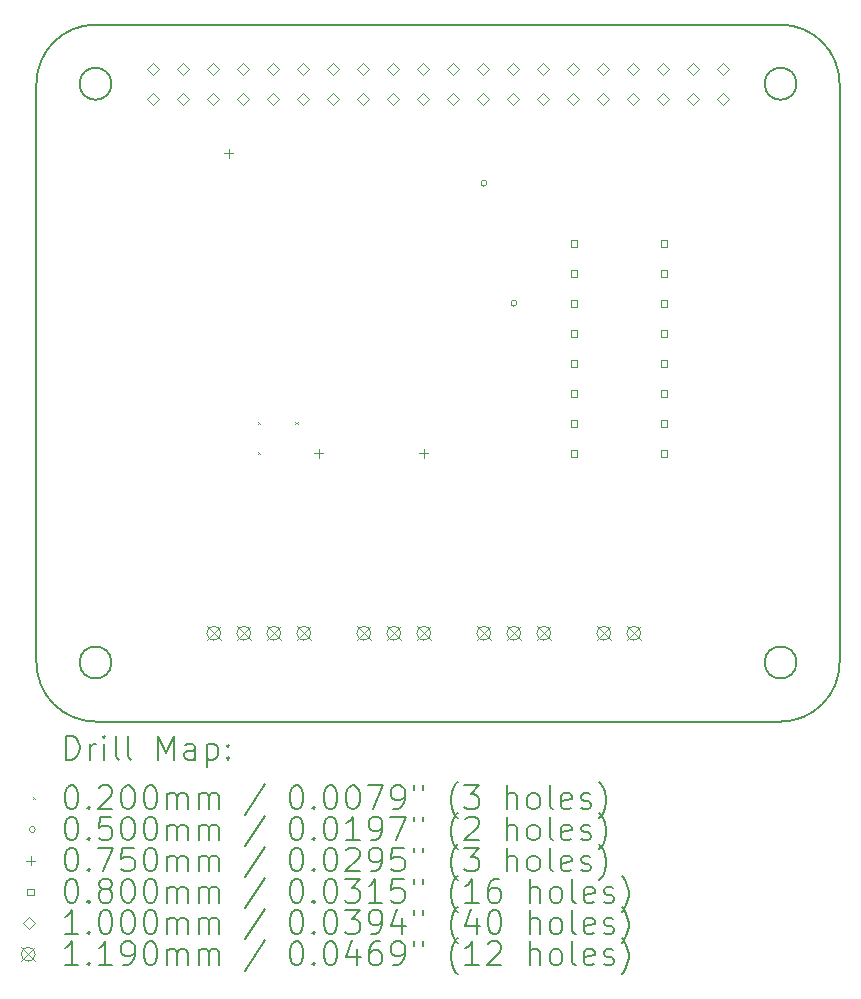
<source format=gbr>
%TF.GenerationSoftware,KiCad,Pcbnew,7.0.9*%
%TF.CreationDate,2025-02-27T11:50:30+00:00*%
%TF.ProjectId,Pi Hat,50692048-6174-42e6-9b69-6361645f7063,rev?*%
%TF.SameCoordinates,Original*%
%TF.FileFunction,Drillmap*%
%TF.FilePolarity,Positive*%
%FSLAX45Y45*%
G04 Gerber Fmt 4.5, Leading zero omitted, Abs format (unit mm)*
G04 Created by KiCad (PCBNEW 7.0.9) date 2025-02-27 11:50:30*
%MOMM*%
%LPD*%
G01*
G04 APERTURE LIST*
%ADD10C,0.200000*%
%ADD11C,0.100000*%
%ADD12C,0.119000*%
G04 APERTURE END LIST*
D10*
X20800000Y-10400000D02*
G75*
G03*
X21300000Y-9900000I0J500000D01*
G01*
X14500000Y-9900000D02*
X14500000Y-5000000D01*
X15000000Y-4500000D02*
X20800000Y-4500000D01*
X21300000Y-9900000D02*
X21300000Y-5000000D01*
X15135000Y-5000000D02*
G75*
G03*
X15135000Y-5000000I-135000J0D01*
G01*
X21300000Y-5000000D02*
X21300000Y-5000000D01*
X15000000Y-4500000D02*
G75*
G03*
X14500000Y-5000000I0J-500000D01*
G01*
X20935000Y-9900000D02*
G75*
G03*
X20935000Y-9900000I-135000J0D01*
G01*
X14500000Y-9900000D02*
G75*
G03*
X15000000Y-10400000I500000J0D01*
G01*
X15135000Y-9900000D02*
G75*
G03*
X15135000Y-9900000I-135000J0D01*
G01*
X20935000Y-5000000D02*
G75*
G03*
X20935000Y-5000000I-135000J0D01*
G01*
X15000000Y-10400000D02*
X20800000Y-10400000D01*
X21300000Y-5000000D02*
G75*
G03*
X20800000Y-4500000I-500000J0D01*
G01*
D11*
X16373000Y-7864000D02*
X16393000Y-7884000D01*
X16393000Y-7864000D02*
X16373000Y-7884000D01*
X16373000Y-8118000D02*
X16393000Y-8138000D01*
X16393000Y-8118000D02*
X16373000Y-8138000D01*
X16690500Y-7864000D02*
X16710500Y-7884000D01*
X16710500Y-7864000D02*
X16690500Y-7884000D01*
X18313000Y-5842000D02*
G75*
G03*
X18313000Y-5842000I-25000J0D01*
G01*
X18567000Y-6858000D02*
G75*
G03*
X18567000Y-6858000I-25000J0D01*
G01*
X16129000Y-5550500D02*
X16129000Y-5625500D01*
X16091500Y-5588000D02*
X16166500Y-5588000D01*
X16891000Y-8090500D02*
X16891000Y-8165500D01*
X16853500Y-8128000D02*
X16928500Y-8128000D01*
X17780000Y-8090500D02*
X17780000Y-8165500D01*
X17742500Y-8128000D02*
X17817500Y-8128000D01*
X19078285Y-6378284D02*
X19078285Y-6321715D01*
X19021716Y-6321715D01*
X19021716Y-6378284D01*
X19078285Y-6378284D01*
X19078285Y-6632284D02*
X19078285Y-6575715D01*
X19021716Y-6575715D01*
X19021716Y-6632284D01*
X19078285Y-6632284D01*
X19078285Y-6886284D02*
X19078285Y-6829715D01*
X19021716Y-6829715D01*
X19021716Y-6886284D01*
X19078285Y-6886284D01*
X19078285Y-7140284D02*
X19078285Y-7083715D01*
X19021716Y-7083715D01*
X19021716Y-7140284D01*
X19078285Y-7140284D01*
X19078285Y-7394284D02*
X19078285Y-7337715D01*
X19021716Y-7337715D01*
X19021716Y-7394284D01*
X19078285Y-7394284D01*
X19078285Y-7648284D02*
X19078285Y-7591715D01*
X19021716Y-7591715D01*
X19021716Y-7648284D01*
X19078285Y-7648284D01*
X19078285Y-7902284D02*
X19078285Y-7845715D01*
X19021716Y-7845715D01*
X19021716Y-7902284D01*
X19078285Y-7902284D01*
X19078285Y-8156284D02*
X19078285Y-8099715D01*
X19021716Y-8099715D01*
X19021716Y-8156284D01*
X19078285Y-8156284D01*
X19840285Y-6378284D02*
X19840285Y-6321715D01*
X19783716Y-6321715D01*
X19783716Y-6378284D01*
X19840285Y-6378284D01*
X19840285Y-6632284D02*
X19840285Y-6575715D01*
X19783716Y-6575715D01*
X19783716Y-6632284D01*
X19840285Y-6632284D01*
X19840285Y-6886284D02*
X19840285Y-6829715D01*
X19783716Y-6829715D01*
X19783716Y-6886284D01*
X19840285Y-6886284D01*
X19840285Y-7140284D02*
X19840285Y-7083715D01*
X19783716Y-7083715D01*
X19783716Y-7140284D01*
X19840285Y-7140284D01*
X19840285Y-7394284D02*
X19840285Y-7337715D01*
X19783716Y-7337715D01*
X19783716Y-7394284D01*
X19840285Y-7394284D01*
X19840285Y-7648284D02*
X19840285Y-7591715D01*
X19783716Y-7591715D01*
X19783716Y-7648284D01*
X19840285Y-7648284D01*
X19840285Y-7902284D02*
X19840285Y-7845715D01*
X19783716Y-7845715D01*
X19783716Y-7902284D01*
X19840285Y-7902284D01*
X19840285Y-8156284D02*
X19840285Y-8099715D01*
X19783716Y-8099715D01*
X19783716Y-8156284D01*
X19840285Y-8156284D01*
X15490000Y-4925000D02*
X15540000Y-4875000D01*
X15490000Y-4825000D01*
X15440000Y-4875000D01*
X15490000Y-4925000D01*
X15490000Y-5179000D02*
X15540000Y-5129000D01*
X15490000Y-5079000D01*
X15440000Y-5129000D01*
X15490000Y-5179000D01*
X15744000Y-4925000D02*
X15794000Y-4875000D01*
X15744000Y-4825000D01*
X15694000Y-4875000D01*
X15744000Y-4925000D01*
X15744000Y-5179000D02*
X15794000Y-5129000D01*
X15744000Y-5079000D01*
X15694000Y-5129000D01*
X15744000Y-5179000D01*
X15998000Y-4925000D02*
X16048000Y-4875000D01*
X15998000Y-4825000D01*
X15948000Y-4875000D01*
X15998000Y-4925000D01*
X15998000Y-5179000D02*
X16048000Y-5129000D01*
X15998000Y-5079000D01*
X15948000Y-5129000D01*
X15998000Y-5179000D01*
X16252000Y-4925000D02*
X16302000Y-4875000D01*
X16252000Y-4825000D01*
X16202000Y-4875000D01*
X16252000Y-4925000D01*
X16252000Y-5179000D02*
X16302000Y-5129000D01*
X16252000Y-5079000D01*
X16202000Y-5129000D01*
X16252000Y-5179000D01*
X16506000Y-4925000D02*
X16556000Y-4875000D01*
X16506000Y-4825000D01*
X16456000Y-4875000D01*
X16506000Y-4925000D01*
X16506000Y-5179000D02*
X16556000Y-5129000D01*
X16506000Y-5079000D01*
X16456000Y-5129000D01*
X16506000Y-5179000D01*
X16760000Y-4925000D02*
X16810000Y-4875000D01*
X16760000Y-4825000D01*
X16710000Y-4875000D01*
X16760000Y-4925000D01*
X16760000Y-5179000D02*
X16810000Y-5129000D01*
X16760000Y-5079000D01*
X16710000Y-5129000D01*
X16760000Y-5179000D01*
X17014000Y-4925000D02*
X17064000Y-4875000D01*
X17014000Y-4825000D01*
X16964000Y-4875000D01*
X17014000Y-4925000D01*
X17014000Y-5179000D02*
X17064000Y-5129000D01*
X17014000Y-5079000D01*
X16964000Y-5129000D01*
X17014000Y-5179000D01*
X17268000Y-4925000D02*
X17318000Y-4875000D01*
X17268000Y-4825000D01*
X17218000Y-4875000D01*
X17268000Y-4925000D01*
X17268000Y-5179000D02*
X17318000Y-5129000D01*
X17268000Y-5079000D01*
X17218000Y-5129000D01*
X17268000Y-5179000D01*
X17522000Y-4925000D02*
X17572000Y-4875000D01*
X17522000Y-4825000D01*
X17472000Y-4875000D01*
X17522000Y-4925000D01*
X17522000Y-5179000D02*
X17572000Y-5129000D01*
X17522000Y-5079000D01*
X17472000Y-5129000D01*
X17522000Y-5179000D01*
X17776000Y-4925000D02*
X17826000Y-4875000D01*
X17776000Y-4825000D01*
X17726000Y-4875000D01*
X17776000Y-4925000D01*
X17776000Y-5179000D02*
X17826000Y-5129000D01*
X17776000Y-5079000D01*
X17726000Y-5129000D01*
X17776000Y-5179000D01*
X18030000Y-4925000D02*
X18080000Y-4875000D01*
X18030000Y-4825000D01*
X17980000Y-4875000D01*
X18030000Y-4925000D01*
X18030000Y-5179000D02*
X18080000Y-5129000D01*
X18030000Y-5079000D01*
X17980000Y-5129000D01*
X18030000Y-5179000D01*
X18284000Y-4925000D02*
X18334000Y-4875000D01*
X18284000Y-4825000D01*
X18234000Y-4875000D01*
X18284000Y-4925000D01*
X18284000Y-5179000D02*
X18334000Y-5129000D01*
X18284000Y-5079000D01*
X18234000Y-5129000D01*
X18284000Y-5179000D01*
X18538000Y-4925000D02*
X18588000Y-4875000D01*
X18538000Y-4825000D01*
X18488000Y-4875000D01*
X18538000Y-4925000D01*
X18538000Y-5179000D02*
X18588000Y-5129000D01*
X18538000Y-5079000D01*
X18488000Y-5129000D01*
X18538000Y-5179000D01*
X18792000Y-4925000D02*
X18842000Y-4875000D01*
X18792000Y-4825000D01*
X18742000Y-4875000D01*
X18792000Y-4925000D01*
X18792000Y-5179000D02*
X18842000Y-5129000D01*
X18792000Y-5079000D01*
X18742000Y-5129000D01*
X18792000Y-5179000D01*
X19046000Y-4925000D02*
X19096000Y-4875000D01*
X19046000Y-4825000D01*
X18996000Y-4875000D01*
X19046000Y-4925000D01*
X19046000Y-5179000D02*
X19096000Y-5129000D01*
X19046000Y-5079000D01*
X18996000Y-5129000D01*
X19046000Y-5179000D01*
X19300000Y-4925000D02*
X19350000Y-4875000D01*
X19300000Y-4825000D01*
X19250000Y-4875000D01*
X19300000Y-4925000D01*
X19300000Y-5179000D02*
X19350000Y-5129000D01*
X19300000Y-5079000D01*
X19250000Y-5129000D01*
X19300000Y-5179000D01*
X19554000Y-4925000D02*
X19604000Y-4875000D01*
X19554000Y-4825000D01*
X19504000Y-4875000D01*
X19554000Y-4925000D01*
X19554000Y-5179000D02*
X19604000Y-5129000D01*
X19554000Y-5079000D01*
X19504000Y-5129000D01*
X19554000Y-5179000D01*
X19808000Y-4925000D02*
X19858000Y-4875000D01*
X19808000Y-4825000D01*
X19758000Y-4875000D01*
X19808000Y-4925000D01*
X19808000Y-5179000D02*
X19858000Y-5129000D01*
X19808000Y-5079000D01*
X19758000Y-5129000D01*
X19808000Y-5179000D01*
X20062000Y-4925000D02*
X20112000Y-4875000D01*
X20062000Y-4825000D01*
X20012000Y-4875000D01*
X20062000Y-4925000D01*
X20062000Y-5179000D02*
X20112000Y-5129000D01*
X20062000Y-5079000D01*
X20012000Y-5129000D01*
X20062000Y-5179000D01*
X20316000Y-4925000D02*
X20366000Y-4875000D01*
X20316000Y-4825000D01*
X20266000Y-4875000D01*
X20316000Y-4925000D01*
X20316000Y-5179000D02*
X20366000Y-5129000D01*
X20316000Y-5079000D01*
X20266000Y-5129000D01*
X20316000Y-5179000D01*
D12*
X15942500Y-9592500D02*
X16061500Y-9711500D01*
X16061500Y-9592500D02*
X15942500Y-9711500D01*
X16061500Y-9652000D02*
G75*
G03*
X16061500Y-9652000I-59500J0D01*
G01*
X16196500Y-9592500D02*
X16315500Y-9711500D01*
X16315500Y-9592500D02*
X16196500Y-9711500D01*
X16315500Y-9652000D02*
G75*
G03*
X16315500Y-9652000I-59500J0D01*
G01*
X16450500Y-9592500D02*
X16569500Y-9711500D01*
X16569500Y-9592500D02*
X16450500Y-9711500D01*
X16569500Y-9652000D02*
G75*
G03*
X16569500Y-9652000I-59500J0D01*
G01*
X16704500Y-9592500D02*
X16823500Y-9711500D01*
X16823500Y-9592500D02*
X16704500Y-9711500D01*
X16823500Y-9652000D02*
G75*
G03*
X16823500Y-9652000I-59500J0D01*
G01*
X17212500Y-9592500D02*
X17331500Y-9711500D01*
X17331500Y-9592500D02*
X17212500Y-9711500D01*
X17331500Y-9652000D02*
G75*
G03*
X17331500Y-9652000I-59500J0D01*
G01*
X17466500Y-9592500D02*
X17585500Y-9711500D01*
X17585500Y-9592500D02*
X17466500Y-9711500D01*
X17585500Y-9652000D02*
G75*
G03*
X17585500Y-9652000I-59500J0D01*
G01*
X17720500Y-9592500D02*
X17839500Y-9711500D01*
X17839500Y-9592500D02*
X17720500Y-9711500D01*
X17839500Y-9652000D02*
G75*
G03*
X17839500Y-9652000I-59500J0D01*
G01*
X18228500Y-9592500D02*
X18347500Y-9711500D01*
X18347500Y-9592500D02*
X18228500Y-9711500D01*
X18347500Y-9652000D02*
G75*
G03*
X18347500Y-9652000I-59500J0D01*
G01*
X18482500Y-9592500D02*
X18601500Y-9711500D01*
X18601500Y-9592500D02*
X18482500Y-9711500D01*
X18601500Y-9652000D02*
G75*
G03*
X18601500Y-9652000I-59500J0D01*
G01*
X18736500Y-9592500D02*
X18855500Y-9711500D01*
X18855500Y-9592500D02*
X18736500Y-9711500D01*
X18855500Y-9652000D02*
G75*
G03*
X18855500Y-9652000I-59500J0D01*
G01*
X19244500Y-9592500D02*
X19363500Y-9711500D01*
X19363500Y-9592500D02*
X19244500Y-9711500D01*
X19363500Y-9652000D02*
G75*
G03*
X19363500Y-9652000I-59500J0D01*
G01*
X19498500Y-9592500D02*
X19617500Y-9711500D01*
X19617500Y-9592500D02*
X19498500Y-9711500D01*
X19617500Y-9652000D02*
G75*
G03*
X19617500Y-9652000I-59500J0D01*
G01*
D10*
X14750777Y-10721484D02*
X14750777Y-10521484D01*
X14750777Y-10521484D02*
X14798396Y-10521484D01*
X14798396Y-10521484D02*
X14826967Y-10531008D01*
X14826967Y-10531008D02*
X14846015Y-10550055D01*
X14846015Y-10550055D02*
X14855539Y-10569103D01*
X14855539Y-10569103D02*
X14865062Y-10607198D01*
X14865062Y-10607198D02*
X14865062Y-10635770D01*
X14865062Y-10635770D02*
X14855539Y-10673865D01*
X14855539Y-10673865D02*
X14846015Y-10692912D01*
X14846015Y-10692912D02*
X14826967Y-10711960D01*
X14826967Y-10711960D02*
X14798396Y-10721484D01*
X14798396Y-10721484D02*
X14750777Y-10721484D01*
X14950777Y-10721484D02*
X14950777Y-10588150D01*
X14950777Y-10626246D02*
X14960301Y-10607198D01*
X14960301Y-10607198D02*
X14969824Y-10597674D01*
X14969824Y-10597674D02*
X14988872Y-10588150D01*
X14988872Y-10588150D02*
X15007920Y-10588150D01*
X15074586Y-10721484D02*
X15074586Y-10588150D01*
X15074586Y-10521484D02*
X15065062Y-10531008D01*
X15065062Y-10531008D02*
X15074586Y-10540531D01*
X15074586Y-10540531D02*
X15084110Y-10531008D01*
X15084110Y-10531008D02*
X15074586Y-10521484D01*
X15074586Y-10521484D02*
X15074586Y-10540531D01*
X15198396Y-10721484D02*
X15179348Y-10711960D01*
X15179348Y-10711960D02*
X15169824Y-10692912D01*
X15169824Y-10692912D02*
X15169824Y-10521484D01*
X15303158Y-10721484D02*
X15284110Y-10711960D01*
X15284110Y-10711960D02*
X15274586Y-10692912D01*
X15274586Y-10692912D02*
X15274586Y-10521484D01*
X15531729Y-10721484D02*
X15531729Y-10521484D01*
X15531729Y-10521484D02*
X15598396Y-10664341D01*
X15598396Y-10664341D02*
X15665062Y-10521484D01*
X15665062Y-10521484D02*
X15665062Y-10721484D01*
X15846015Y-10721484D02*
X15846015Y-10616722D01*
X15846015Y-10616722D02*
X15836491Y-10597674D01*
X15836491Y-10597674D02*
X15817443Y-10588150D01*
X15817443Y-10588150D02*
X15779348Y-10588150D01*
X15779348Y-10588150D02*
X15760301Y-10597674D01*
X15846015Y-10711960D02*
X15826967Y-10721484D01*
X15826967Y-10721484D02*
X15779348Y-10721484D01*
X15779348Y-10721484D02*
X15760301Y-10711960D01*
X15760301Y-10711960D02*
X15750777Y-10692912D01*
X15750777Y-10692912D02*
X15750777Y-10673865D01*
X15750777Y-10673865D02*
X15760301Y-10654817D01*
X15760301Y-10654817D02*
X15779348Y-10645293D01*
X15779348Y-10645293D02*
X15826967Y-10645293D01*
X15826967Y-10645293D02*
X15846015Y-10635770D01*
X15941253Y-10588150D02*
X15941253Y-10788150D01*
X15941253Y-10597674D02*
X15960301Y-10588150D01*
X15960301Y-10588150D02*
X15998396Y-10588150D01*
X15998396Y-10588150D02*
X16017443Y-10597674D01*
X16017443Y-10597674D02*
X16026967Y-10607198D01*
X16026967Y-10607198D02*
X16036491Y-10626246D01*
X16036491Y-10626246D02*
X16036491Y-10683389D01*
X16036491Y-10683389D02*
X16026967Y-10702436D01*
X16026967Y-10702436D02*
X16017443Y-10711960D01*
X16017443Y-10711960D02*
X15998396Y-10721484D01*
X15998396Y-10721484D02*
X15960301Y-10721484D01*
X15960301Y-10721484D02*
X15941253Y-10711960D01*
X16122205Y-10702436D02*
X16131729Y-10711960D01*
X16131729Y-10711960D02*
X16122205Y-10721484D01*
X16122205Y-10721484D02*
X16112682Y-10711960D01*
X16112682Y-10711960D02*
X16122205Y-10702436D01*
X16122205Y-10702436D02*
X16122205Y-10721484D01*
X16122205Y-10597674D02*
X16131729Y-10607198D01*
X16131729Y-10607198D02*
X16122205Y-10616722D01*
X16122205Y-10616722D02*
X16112682Y-10607198D01*
X16112682Y-10607198D02*
X16122205Y-10597674D01*
X16122205Y-10597674D02*
X16122205Y-10616722D01*
D11*
X14470000Y-11040000D02*
X14490000Y-11060000D01*
X14490000Y-11040000D02*
X14470000Y-11060000D01*
D10*
X14788872Y-10941484D02*
X14807920Y-10941484D01*
X14807920Y-10941484D02*
X14826967Y-10951008D01*
X14826967Y-10951008D02*
X14836491Y-10960531D01*
X14836491Y-10960531D02*
X14846015Y-10979579D01*
X14846015Y-10979579D02*
X14855539Y-11017674D01*
X14855539Y-11017674D02*
X14855539Y-11065293D01*
X14855539Y-11065293D02*
X14846015Y-11103389D01*
X14846015Y-11103389D02*
X14836491Y-11122436D01*
X14836491Y-11122436D02*
X14826967Y-11131960D01*
X14826967Y-11131960D02*
X14807920Y-11141484D01*
X14807920Y-11141484D02*
X14788872Y-11141484D01*
X14788872Y-11141484D02*
X14769824Y-11131960D01*
X14769824Y-11131960D02*
X14760301Y-11122436D01*
X14760301Y-11122436D02*
X14750777Y-11103389D01*
X14750777Y-11103389D02*
X14741253Y-11065293D01*
X14741253Y-11065293D02*
X14741253Y-11017674D01*
X14741253Y-11017674D02*
X14750777Y-10979579D01*
X14750777Y-10979579D02*
X14760301Y-10960531D01*
X14760301Y-10960531D02*
X14769824Y-10951008D01*
X14769824Y-10951008D02*
X14788872Y-10941484D01*
X14941253Y-11122436D02*
X14950777Y-11131960D01*
X14950777Y-11131960D02*
X14941253Y-11141484D01*
X14941253Y-11141484D02*
X14931729Y-11131960D01*
X14931729Y-11131960D02*
X14941253Y-11122436D01*
X14941253Y-11122436D02*
X14941253Y-11141484D01*
X15026967Y-10960531D02*
X15036491Y-10951008D01*
X15036491Y-10951008D02*
X15055539Y-10941484D01*
X15055539Y-10941484D02*
X15103158Y-10941484D01*
X15103158Y-10941484D02*
X15122205Y-10951008D01*
X15122205Y-10951008D02*
X15131729Y-10960531D01*
X15131729Y-10960531D02*
X15141253Y-10979579D01*
X15141253Y-10979579D02*
X15141253Y-10998627D01*
X15141253Y-10998627D02*
X15131729Y-11027198D01*
X15131729Y-11027198D02*
X15017443Y-11141484D01*
X15017443Y-11141484D02*
X15141253Y-11141484D01*
X15265062Y-10941484D02*
X15284110Y-10941484D01*
X15284110Y-10941484D02*
X15303158Y-10951008D01*
X15303158Y-10951008D02*
X15312682Y-10960531D01*
X15312682Y-10960531D02*
X15322205Y-10979579D01*
X15322205Y-10979579D02*
X15331729Y-11017674D01*
X15331729Y-11017674D02*
X15331729Y-11065293D01*
X15331729Y-11065293D02*
X15322205Y-11103389D01*
X15322205Y-11103389D02*
X15312682Y-11122436D01*
X15312682Y-11122436D02*
X15303158Y-11131960D01*
X15303158Y-11131960D02*
X15284110Y-11141484D01*
X15284110Y-11141484D02*
X15265062Y-11141484D01*
X15265062Y-11141484D02*
X15246015Y-11131960D01*
X15246015Y-11131960D02*
X15236491Y-11122436D01*
X15236491Y-11122436D02*
X15226967Y-11103389D01*
X15226967Y-11103389D02*
X15217443Y-11065293D01*
X15217443Y-11065293D02*
X15217443Y-11017674D01*
X15217443Y-11017674D02*
X15226967Y-10979579D01*
X15226967Y-10979579D02*
X15236491Y-10960531D01*
X15236491Y-10960531D02*
X15246015Y-10951008D01*
X15246015Y-10951008D02*
X15265062Y-10941484D01*
X15455539Y-10941484D02*
X15474586Y-10941484D01*
X15474586Y-10941484D02*
X15493634Y-10951008D01*
X15493634Y-10951008D02*
X15503158Y-10960531D01*
X15503158Y-10960531D02*
X15512682Y-10979579D01*
X15512682Y-10979579D02*
X15522205Y-11017674D01*
X15522205Y-11017674D02*
X15522205Y-11065293D01*
X15522205Y-11065293D02*
X15512682Y-11103389D01*
X15512682Y-11103389D02*
X15503158Y-11122436D01*
X15503158Y-11122436D02*
X15493634Y-11131960D01*
X15493634Y-11131960D02*
X15474586Y-11141484D01*
X15474586Y-11141484D02*
X15455539Y-11141484D01*
X15455539Y-11141484D02*
X15436491Y-11131960D01*
X15436491Y-11131960D02*
X15426967Y-11122436D01*
X15426967Y-11122436D02*
X15417443Y-11103389D01*
X15417443Y-11103389D02*
X15407920Y-11065293D01*
X15407920Y-11065293D02*
X15407920Y-11017674D01*
X15407920Y-11017674D02*
X15417443Y-10979579D01*
X15417443Y-10979579D02*
X15426967Y-10960531D01*
X15426967Y-10960531D02*
X15436491Y-10951008D01*
X15436491Y-10951008D02*
X15455539Y-10941484D01*
X15607920Y-11141484D02*
X15607920Y-11008150D01*
X15607920Y-11027198D02*
X15617443Y-11017674D01*
X15617443Y-11017674D02*
X15636491Y-11008150D01*
X15636491Y-11008150D02*
X15665063Y-11008150D01*
X15665063Y-11008150D02*
X15684110Y-11017674D01*
X15684110Y-11017674D02*
X15693634Y-11036722D01*
X15693634Y-11036722D02*
X15693634Y-11141484D01*
X15693634Y-11036722D02*
X15703158Y-11017674D01*
X15703158Y-11017674D02*
X15722205Y-11008150D01*
X15722205Y-11008150D02*
X15750777Y-11008150D01*
X15750777Y-11008150D02*
X15769824Y-11017674D01*
X15769824Y-11017674D02*
X15779348Y-11036722D01*
X15779348Y-11036722D02*
X15779348Y-11141484D01*
X15874586Y-11141484D02*
X15874586Y-11008150D01*
X15874586Y-11027198D02*
X15884110Y-11017674D01*
X15884110Y-11017674D02*
X15903158Y-11008150D01*
X15903158Y-11008150D02*
X15931729Y-11008150D01*
X15931729Y-11008150D02*
X15950777Y-11017674D01*
X15950777Y-11017674D02*
X15960301Y-11036722D01*
X15960301Y-11036722D02*
X15960301Y-11141484D01*
X15960301Y-11036722D02*
X15969824Y-11017674D01*
X15969824Y-11017674D02*
X15988872Y-11008150D01*
X15988872Y-11008150D02*
X16017443Y-11008150D01*
X16017443Y-11008150D02*
X16036491Y-11017674D01*
X16036491Y-11017674D02*
X16046015Y-11036722D01*
X16046015Y-11036722D02*
X16046015Y-11141484D01*
X16436491Y-10931960D02*
X16265063Y-11189103D01*
X16693634Y-10941484D02*
X16712682Y-10941484D01*
X16712682Y-10941484D02*
X16731729Y-10951008D01*
X16731729Y-10951008D02*
X16741253Y-10960531D01*
X16741253Y-10960531D02*
X16750777Y-10979579D01*
X16750777Y-10979579D02*
X16760301Y-11017674D01*
X16760301Y-11017674D02*
X16760301Y-11065293D01*
X16760301Y-11065293D02*
X16750777Y-11103389D01*
X16750777Y-11103389D02*
X16741253Y-11122436D01*
X16741253Y-11122436D02*
X16731729Y-11131960D01*
X16731729Y-11131960D02*
X16712682Y-11141484D01*
X16712682Y-11141484D02*
X16693634Y-11141484D01*
X16693634Y-11141484D02*
X16674586Y-11131960D01*
X16674586Y-11131960D02*
X16665063Y-11122436D01*
X16665063Y-11122436D02*
X16655539Y-11103389D01*
X16655539Y-11103389D02*
X16646015Y-11065293D01*
X16646015Y-11065293D02*
X16646015Y-11017674D01*
X16646015Y-11017674D02*
X16655539Y-10979579D01*
X16655539Y-10979579D02*
X16665063Y-10960531D01*
X16665063Y-10960531D02*
X16674586Y-10951008D01*
X16674586Y-10951008D02*
X16693634Y-10941484D01*
X16846015Y-11122436D02*
X16855539Y-11131960D01*
X16855539Y-11131960D02*
X16846015Y-11141484D01*
X16846015Y-11141484D02*
X16836491Y-11131960D01*
X16836491Y-11131960D02*
X16846015Y-11122436D01*
X16846015Y-11122436D02*
X16846015Y-11141484D01*
X16979348Y-10941484D02*
X16998396Y-10941484D01*
X16998396Y-10941484D02*
X17017444Y-10951008D01*
X17017444Y-10951008D02*
X17026968Y-10960531D01*
X17026968Y-10960531D02*
X17036491Y-10979579D01*
X17036491Y-10979579D02*
X17046015Y-11017674D01*
X17046015Y-11017674D02*
X17046015Y-11065293D01*
X17046015Y-11065293D02*
X17036491Y-11103389D01*
X17036491Y-11103389D02*
X17026968Y-11122436D01*
X17026968Y-11122436D02*
X17017444Y-11131960D01*
X17017444Y-11131960D02*
X16998396Y-11141484D01*
X16998396Y-11141484D02*
X16979348Y-11141484D01*
X16979348Y-11141484D02*
X16960301Y-11131960D01*
X16960301Y-11131960D02*
X16950777Y-11122436D01*
X16950777Y-11122436D02*
X16941253Y-11103389D01*
X16941253Y-11103389D02*
X16931729Y-11065293D01*
X16931729Y-11065293D02*
X16931729Y-11017674D01*
X16931729Y-11017674D02*
X16941253Y-10979579D01*
X16941253Y-10979579D02*
X16950777Y-10960531D01*
X16950777Y-10960531D02*
X16960301Y-10951008D01*
X16960301Y-10951008D02*
X16979348Y-10941484D01*
X17169825Y-10941484D02*
X17188872Y-10941484D01*
X17188872Y-10941484D02*
X17207920Y-10951008D01*
X17207920Y-10951008D02*
X17217444Y-10960531D01*
X17217444Y-10960531D02*
X17226968Y-10979579D01*
X17226968Y-10979579D02*
X17236491Y-11017674D01*
X17236491Y-11017674D02*
X17236491Y-11065293D01*
X17236491Y-11065293D02*
X17226968Y-11103389D01*
X17226968Y-11103389D02*
X17217444Y-11122436D01*
X17217444Y-11122436D02*
X17207920Y-11131960D01*
X17207920Y-11131960D02*
X17188872Y-11141484D01*
X17188872Y-11141484D02*
X17169825Y-11141484D01*
X17169825Y-11141484D02*
X17150777Y-11131960D01*
X17150777Y-11131960D02*
X17141253Y-11122436D01*
X17141253Y-11122436D02*
X17131729Y-11103389D01*
X17131729Y-11103389D02*
X17122206Y-11065293D01*
X17122206Y-11065293D02*
X17122206Y-11017674D01*
X17122206Y-11017674D02*
X17131729Y-10979579D01*
X17131729Y-10979579D02*
X17141253Y-10960531D01*
X17141253Y-10960531D02*
X17150777Y-10951008D01*
X17150777Y-10951008D02*
X17169825Y-10941484D01*
X17303158Y-10941484D02*
X17436491Y-10941484D01*
X17436491Y-10941484D02*
X17350777Y-11141484D01*
X17522206Y-11141484D02*
X17560301Y-11141484D01*
X17560301Y-11141484D02*
X17579349Y-11131960D01*
X17579349Y-11131960D02*
X17588872Y-11122436D01*
X17588872Y-11122436D02*
X17607920Y-11093865D01*
X17607920Y-11093865D02*
X17617444Y-11055770D01*
X17617444Y-11055770D02*
X17617444Y-10979579D01*
X17617444Y-10979579D02*
X17607920Y-10960531D01*
X17607920Y-10960531D02*
X17598396Y-10951008D01*
X17598396Y-10951008D02*
X17579349Y-10941484D01*
X17579349Y-10941484D02*
X17541253Y-10941484D01*
X17541253Y-10941484D02*
X17522206Y-10951008D01*
X17522206Y-10951008D02*
X17512682Y-10960531D01*
X17512682Y-10960531D02*
X17503158Y-10979579D01*
X17503158Y-10979579D02*
X17503158Y-11027198D01*
X17503158Y-11027198D02*
X17512682Y-11046246D01*
X17512682Y-11046246D02*
X17522206Y-11055770D01*
X17522206Y-11055770D02*
X17541253Y-11065293D01*
X17541253Y-11065293D02*
X17579349Y-11065293D01*
X17579349Y-11065293D02*
X17598396Y-11055770D01*
X17598396Y-11055770D02*
X17607920Y-11046246D01*
X17607920Y-11046246D02*
X17617444Y-11027198D01*
X17693634Y-10941484D02*
X17693634Y-10979579D01*
X17769825Y-10941484D02*
X17769825Y-10979579D01*
X18065063Y-11217674D02*
X18055539Y-11208150D01*
X18055539Y-11208150D02*
X18036491Y-11179579D01*
X18036491Y-11179579D02*
X18026968Y-11160531D01*
X18026968Y-11160531D02*
X18017444Y-11131960D01*
X18017444Y-11131960D02*
X18007920Y-11084341D01*
X18007920Y-11084341D02*
X18007920Y-11046246D01*
X18007920Y-11046246D02*
X18017444Y-10998627D01*
X18017444Y-10998627D02*
X18026968Y-10970055D01*
X18026968Y-10970055D02*
X18036491Y-10951008D01*
X18036491Y-10951008D02*
X18055539Y-10922436D01*
X18055539Y-10922436D02*
X18065063Y-10912912D01*
X18122206Y-10941484D02*
X18246015Y-10941484D01*
X18246015Y-10941484D02*
X18179349Y-11017674D01*
X18179349Y-11017674D02*
X18207920Y-11017674D01*
X18207920Y-11017674D02*
X18226968Y-11027198D01*
X18226968Y-11027198D02*
X18236491Y-11036722D01*
X18236491Y-11036722D02*
X18246015Y-11055770D01*
X18246015Y-11055770D02*
X18246015Y-11103389D01*
X18246015Y-11103389D02*
X18236491Y-11122436D01*
X18236491Y-11122436D02*
X18226968Y-11131960D01*
X18226968Y-11131960D02*
X18207920Y-11141484D01*
X18207920Y-11141484D02*
X18150777Y-11141484D01*
X18150777Y-11141484D02*
X18131730Y-11131960D01*
X18131730Y-11131960D02*
X18122206Y-11122436D01*
X18484111Y-11141484D02*
X18484111Y-10941484D01*
X18569825Y-11141484D02*
X18569825Y-11036722D01*
X18569825Y-11036722D02*
X18560301Y-11017674D01*
X18560301Y-11017674D02*
X18541253Y-11008150D01*
X18541253Y-11008150D02*
X18512682Y-11008150D01*
X18512682Y-11008150D02*
X18493634Y-11017674D01*
X18493634Y-11017674D02*
X18484111Y-11027198D01*
X18693634Y-11141484D02*
X18674587Y-11131960D01*
X18674587Y-11131960D02*
X18665063Y-11122436D01*
X18665063Y-11122436D02*
X18655539Y-11103389D01*
X18655539Y-11103389D02*
X18655539Y-11046246D01*
X18655539Y-11046246D02*
X18665063Y-11027198D01*
X18665063Y-11027198D02*
X18674587Y-11017674D01*
X18674587Y-11017674D02*
X18693634Y-11008150D01*
X18693634Y-11008150D02*
X18722206Y-11008150D01*
X18722206Y-11008150D02*
X18741253Y-11017674D01*
X18741253Y-11017674D02*
X18750777Y-11027198D01*
X18750777Y-11027198D02*
X18760301Y-11046246D01*
X18760301Y-11046246D02*
X18760301Y-11103389D01*
X18760301Y-11103389D02*
X18750777Y-11122436D01*
X18750777Y-11122436D02*
X18741253Y-11131960D01*
X18741253Y-11131960D02*
X18722206Y-11141484D01*
X18722206Y-11141484D02*
X18693634Y-11141484D01*
X18874587Y-11141484D02*
X18855539Y-11131960D01*
X18855539Y-11131960D02*
X18846015Y-11112912D01*
X18846015Y-11112912D02*
X18846015Y-10941484D01*
X19026968Y-11131960D02*
X19007920Y-11141484D01*
X19007920Y-11141484D02*
X18969825Y-11141484D01*
X18969825Y-11141484D02*
X18950777Y-11131960D01*
X18950777Y-11131960D02*
X18941253Y-11112912D01*
X18941253Y-11112912D02*
X18941253Y-11036722D01*
X18941253Y-11036722D02*
X18950777Y-11017674D01*
X18950777Y-11017674D02*
X18969825Y-11008150D01*
X18969825Y-11008150D02*
X19007920Y-11008150D01*
X19007920Y-11008150D02*
X19026968Y-11017674D01*
X19026968Y-11017674D02*
X19036492Y-11036722D01*
X19036492Y-11036722D02*
X19036492Y-11055770D01*
X19036492Y-11055770D02*
X18941253Y-11074817D01*
X19112682Y-11131960D02*
X19131730Y-11141484D01*
X19131730Y-11141484D02*
X19169825Y-11141484D01*
X19169825Y-11141484D02*
X19188873Y-11131960D01*
X19188873Y-11131960D02*
X19198396Y-11112912D01*
X19198396Y-11112912D02*
X19198396Y-11103389D01*
X19198396Y-11103389D02*
X19188873Y-11084341D01*
X19188873Y-11084341D02*
X19169825Y-11074817D01*
X19169825Y-11074817D02*
X19141253Y-11074817D01*
X19141253Y-11074817D02*
X19122206Y-11065293D01*
X19122206Y-11065293D02*
X19112682Y-11046246D01*
X19112682Y-11046246D02*
X19112682Y-11036722D01*
X19112682Y-11036722D02*
X19122206Y-11017674D01*
X19122206Y-11017674D02*
X19141253Y-11008150D01*
X19141253Y-11008150D02*
X19169825Y-11008150D01*
X19169825Y-11008150D02*
X19188873Y-11017674D01*
X19265063Y-11217674D02*
X19274587Y-11208150D01*
X19274587Y-11208150D02*
X19293634Y-11179579D01*
X19293634Y-11179579D02*
X19303158Y-11160531D01*
X19303158Y-11160531D02*
X19312682Y-11131960D01*
X19312682Y-11131960D02*
X19322206Y-11084341D01*
X19322206Y-11084341D02*
X19322206Y-11046246D01*
X19322206Y-11046246D02*
X19312682Y-10998627D01*
X19312682Y-10998627D02*
X19303158Y-10970055D01*
X19303158Y-10970055D02*
X19293634Y-10951008D01*
X19293634Y-10951008D02*
X19274587Y-10922436D01*
X19274587Y-10922436D02*
X19265063Y-10912912D01*
D11*
X14490000Y-11314000D02*
G75*
G03*
X14490000Y-11314000I-25000J0D01*
G01*
D10*
X14788872Y-11205484D02*
X14807920Y-11205484D01*
X14807920Y-11205484D02*
X14826967Y-11215008D01*
X14826967Y-11215008D02*
X14836491Y-11224531D01*
X14836491Y-11224531D02*
X14846015Y-11243579D01*
X14846015Y-11243579D02*
X14855539Y-11281674D01*
X14855539Y-11281674D02*
X14855539Y-11329293D01*
X14855539Y-11329293D02*
X14846015Y-11367388D01*
X14846015Y-11367388D02*
X14836491Y-11386436D01*
X14836491Y-11386436D02*
X14826967Y-11395960D01*
X14826967Y-11395960D02*
X14807920Y-11405484D01*
X14807920Y-11405484D02*
X14788872Y-11405484D01*
X14788872Y-11405484D02*
X14769824Y-11395960D01*
X14769824Y-11395960D02*
X14760301Y-11386436D01*
X14760301Y-11386436D02*
X14750777Y-11367388D01*
X14750777Y-11367388D02*
X14741253Y-11329293D01*
X14741253Y-11329293D02*
X14741253Y-11281674D01*
X14741253Y-11281674D02*
X14750777Y-11243579D01*
X14750777Y-11243579D02*
X14760301Y-11224531D01*
X14760301Y-11224531D02*
X14769824Y-11215008D01*
X14769824Y-11215008D02*
X14788872Y-11205484D01*
X14941253Y-11386436D02*
X14950777Y-11395960D01*
X14950777Y-11395960D02*
X14941253Y-11405484D01*
X14941253Y-11405484D02*
X14931729Y-11395960D01*
X14931729Y-11395960D02*
X14941253Y-11386436D01*
X14941253Y-11386436D02*
X14941253Y-11405484D01*
X15131729Y-11205484D02*
X15036491Y-11205484D01*
X15036491Y-11205484D02*
X15026967Y-11300722D01*
X15026967Y-11300722D02*
X15036491Y-11291198D01*
X15036491Y-11291198D02*
X15055539Y-11281674D01*
X15055539Y-11281674D02*
X15103158Y-11281674D01*
X15103158Y-11281674D02*
X15122205Y-11291198D01*
X15122205Y-11291198D02*
X15131729Y-11300722D01*
X15131729Y-11300722D02*
X15141253Y-11319769D01*
X15141253Y-11319769D02*
X15141253Y-11367388D01*
X15141253Y-11367388D02*
X15131729Y-11386436D01*
X15131729Y-11386436D02*
X15122205Y-11395960D01*
X15122205Y-11395960D02*
X15103158Y-11405484D01*
X15103158Y-11405484D02*
X15055539Y-11405484D01*
X15055539Y-11405484D02*
X15036491Y-11395960D01*
X15036491Y-11395960D02*
X15026967Y-11386436D01*
X15265062Y-11205484D02*
X15284110Y-11205484D01*
X15284110Y-11205484D02*
X15303158Y-11215008D01*
X15303158Y-11215008D02*
X15312682Y-11224531D01*
X15312682Y-11224531D02*
X15322205Y-11243579D01*
X15322205Y-11243579D02*
X15331729Y-11281674D01*
X15331729Y-11281674D02*
X15331729Y-11329293D01*
X15331729Y-11329293D02*
X15322205Y-11367388D01*
X15322205Y-11367388D02*
X15312682Y-11386436D01*
X15312682Y-11386436D02*
X15303158Y-11395960D01*
X15303158Y-11395960D02*
X15284110Y-11405484D01*
X15284110Y-11405484D02*
X15265062Y-11405484D01*
X15265062Y-11405484D02*
X15246015Y-11395960D01*
X15246015Y-11395960D02*
X15236491Y-11386436D01*
X15236491Y-11386436D02*
X15226967Y-11367388D01*
X15226967Y-11367388D02*
X15217443Y-11329293D01*
X15217443Y-11329293D02*
X15217443Y-11281674D01*
X15217443Y-11281674D02*
X15226967Y-11243579D01*
X15226967Y-11243579D02*
X15236491Y-11224531D01*
X15236491Y-11224531D02*
X15246015Y-11215008D01*
X15246015Y-11215008D02*
X15265062Y-11205484D01*
X15455539Y-11205484D02*
X15474586Y-11205484D01*
X15474586Y-11205484D02*
X15493634Y-11215008D01*
X15493634Y-11215008D02*
X15503158Y-11224531D01*
X15503158Y-11224531D02*
X15512682Y-11243579D01*
X15512682Y-11243579D02*
X15522205Y-11281674D01*
X15522205Y-11281674D02*
X15522205Y-11329293D01*
X15522205Y-11329293D02*
X15512682Y-11367388D01*
X15512682Y-11367388D02*
X15503158Y-11386436D01*
X15503158Y-11386436D02*
X15493634Y-11395960D01*
X15493634Y-11395960D02*
X15474586Y-11405484D01*
X15474586Y-11405484D02*
X15455539Y-11405484D01*
X15455539Y-11405484D02*
X15436491Y-11395960D01*
X15436491Y-11395960D02*
X15426967Y-11386436D01*
X15426967Y-11386436D02*
X15417443Y-11367388D01*
X15417443Y-11367388D02*
X15407920Y-11329293D01*
X15407920Y-11329293D02*
X15407920Y-11281674D01*
X15407920Y-11281674D02*
X15417443Y-11243579D01*
X15417443Y-11243579D02*
X15426967Y-11224531D01*
X15426967Y-11224531D02*
X15436491Y-11215008D01*
X15436491Y-11215008D02*
X15455539Y-11205484D01*
X15607920Y-11405484D02*
X15607920Y-11272150D01*
X15607920Y-11291198D02*
X15617443Y-11281674D01*
X15617443Y-11281674D02*
X15636491Y-11272150D01*
X15636491Y-11272150D02*
X15665063Y-11272150D01*
X15665063Y-11272150D02*
X15684110Y-11281674D01*
X15684110Y-11281674D02*
X15693634Y-11300722D01*
X15693634Y-11300722D02*
X15693634Y-11405484D01*
X15693634Y-11300722D02*
X15703158Y-11281674D01*
X15703158Y-11281674D02*
X15722205Y-11272150D01*
X15722205Y-11272150D02*
X15750777Y-11272150D01*
X15750777Y-11272150D02*
X15769824Y-11281674D01*
X15769824Y-11281674D02*
X15779348Y-11300722D01*
X15779348Y-11300722D02*
X15779348Y-11405484D01*
X15874586Y-11405484D02*
X15874586Y-11272150D01*
X15874586Y-11291198D02*
X15884110Y-11281674D01*
X15884110Y-11281674D02*
X15903158Y-11272150D01*
X15903158Y-11272150D02*
X15931729Y-11272150D01*
X15931729Y-11272150D02*
X15950777Y-11281674D01*
X15950777Y-11281674D02*
X15960301Y-11300722D01*
X15960301Y-11300722D02*
X15960301Y-11405484D01*
X15960301Y-11300722D02*
X15969824Y-11281674D01*
X15969824Y-11281674D02*
X15988872Y-11272150D01*
X15988872Y-11272150D02*
X16017443Y-11272150D01*
X16017443Y-11272150D02*
X16036491Y-11281674D01*
X16036491Y-11281674D02*
X16046015Y-11300722D01*
X16046015Y-11300722D02*
X16046015Y-11405484D01*
X16436491Y-11195960D02*
X16265063Y-11453103D01*
X16693634Y-11205484D02*
X16712682Y-11205484D01*
X16712682Y-11205484D02*
X16731729Y-11215008D01*
X16731729Y-11215008D02*
X16741253Y-11224531D01*
X16741253Y-11224531D02*
X16750777Y-11243579D01*
X16750777Y-11243579D02*
X16760301Y-11281674D01*
X16760301Y-11281674D02*
X16760301Y-11329293D01*
X16760301Y-11329293D02*
X16750777Y-11367388D01*
X16750777Y-11367388D02*
X16741253Y-11386436D01*
X16741253Y-11386436D02*
X16731729Y-11395960D01*
X16731729Y-11395960D02*
X16712682Y-11405484D01*
X16712682Y-11405484D02*
X16693634Y-11405484D01*
X16693634Y-11405484D02*
X16674586Y-11395960D01*
X16674586Y-11395960D02*
X16665063Y-11386436D01*
X16665063Y-11386436D02*
X16655539Y-11367388D01*
X16655539Y-11367388D02*
X16646015Y-11329293D01*
X16646015Y-11329293D02*
X16646015Y-11281674D01*
X16646015Y-11281674D02*
X16655539Y-11243579D01*
X16655539Y-11243579D02*
X16665063Y-11224531D01*
X16665063Y-11224531D02*
X16674586Y-11215008D01*
X16674586Y-11215008D02*
X16693634Y-11205484D01*
X16846015Y-11386436D02*
X16855539Y-11395960D01*
X16855539Y-11395960D02*
X16846015Y-11405484D01*
X16846015Y-11405484D02*
X16836491Y-11395960D01*
X16836491Y-11395960D02*
X16846015Y-11386436D01*
X16846015Y-11386436D02*
X16846015Y-11405484D01*
X16979348Y-11205484D02*
X16998396Y-11205484D01*
X16998396Y-11205484D02*
X17017444Y-11215008D01*
X17017444Y-11215008D02*
X17026968Y-11224531D01*
X17026968Y-11224531D02*
X17036491Y-11243579D01*
X17036491Y-11243579D02*
X17046015Y-11281674D01*
X17046015Y-11281674D02*
X17046015Y-11329293D01*
X17046015Y-11329293D02*
X17036491Y-11367388D01*
X17036491Y-11367388D02*
X17026968Y-11386436D01*
X17026968Y-11386436D02*
X17017444Y-11395960D01*
X17017444Y-11395960D02*
X16998396Y-11405484D01*
X16998396Y-11405484D02*
X16979348Y-11405484D01*
X16979348Y-11405484D02*
X16960301Y-11395960D01*
X16960301Y-11395960D02*
X16950777Y-11386436D01*
X16950777Y-11386436D02*
X16941253Y-11367388D01*
X16941253Y-11367388D02*
X16931729Y-11329293D01*
X16931729Y-11329293D02*
X16931729Y-11281674D01*
X16931729Y-11281674D02*
X16941253Y-11243579D01*
X16941253Y-11243579D02*
X16950777Y-11224531D01*
X16950777Y-11224531D02*
X16960301Y-11215008D01*
X16960301Y-11215008D02*
X16979348Y-11205484D01*
X17236491Y-11405484D02*
X17122206Y-11405484D01*
X17179348Y-11405484D02*
X17179348Y-11205484D01*
X17179348Y-11205484D02*
X17160301Y-11234055D01*
X17160301Y-11234055D02*
X17141253Y-11253103D01*
X17141253Y-11253103D02*
X17122206Y-11262627D01*
X17331729Y-11405484D02*
X17369825Y-11405484D01*
X17369825Y-11405484D02*
X17388872Y-11395960D01*
X17388872Y-11395960D02*
X17398396Y-11386436D01*
X17398396Y-11386436D02*
X17417444Y-11357865D01*
X17417444Y-11357865D02*
X17426968Y-11319769D01*
X17426968Y-11319769D02*
X17426968Y-11243579D01*
X17426968Y-11243579D02*
X17417444Y-11224531D01*
X17417444Y-11224531D02*
X17407920Y-11215008D01*
X17407920Y-11215008D02*
X17388872Y-11205484D01*
X17388872Y-11205484D02*
X17350777Y-11205484D01*
X17350777Y-11205484D02*
X17331729Y-11215008D01*
X17331729Y-11215008D02*
X17322206Y-11224531D01*
X17322206Y-11224531D02*
X17312682Y-11243579D01*
X17312682Y-11243579D02*
X17312682Y-11291198D01*
X17312682Y-11291198D02*
X17322206Y-11310246D01*
X17322206Y-11310246D02*
X17331729Y-11319769D01*
X17331729Y-11319769D02*
X17350777Y-11329293D01*
X17350777Y-11329293D02*
X17388872Y-11329293D01*
X17388872Y-11329293D02*
X17407920Y-11319769D01*
X17407920Y-11319769D02*
X17417444Y-11310246D01*
X17417444Y-11310246D02*
X17426968Y-11291198D01*
X17493634Y-11205484D02*
X17626968Y-11205484D01*
X17626968Y-11205484D02*
X17541253Y-11405484D01*
X17693634Y-11205484D02*
X17693634Y-11243579D01*
X17769825Y-11205484D02*
X17769825Y-11243579D01*
X18065063Y-11481674D02*
X18055539Y-11472150D01*
X18055539Y-11472150D02*
X18036491Y-11443579D01*
X18036491Y-11443579D02*
X18026968Y-11424531D01*
X18026968Y-11424531D02*
X18017444Y-11395960D01*
X18017444Y-11395960D02*
X18007920Y-11348341D01*
X18007920Y-11348341D02*
X18007920Y-11310246D01*
X18007920Y-11310246D02*
X18017444Y-11262627D01*
X18017444Y-11262627D02*
X18026968Y-11234055D01*
X18026968Y-11234055D02*
X18036491Y-11215008D01*
X18036491Y-11215008D02*
X18055539Y-11186436D01*
X18055539Y-11186436D02*
X18065063Y-11176912D01*
X18131730Y-11224531D02*
X18141253Y-11215008D01*
X18141253Y-11215008D02*
X18160301Y-11205484D01*
X18160301Y-11205484D02*
X18207920Y-11205484D01*
X18207920Y-11205484D02*
X18226968Y-11215008D01*
X18226968Y-11215008D02*
X18236491Y-11224531D01*
X18236491Y-11224531D02*
X18246015Y-11243579D01*
X18246015Y-11243579D02*
X18246015Y-11262627D01*
X18246015Y-11262627D02*
X18236491Y-11291198D01*
X18236491Y-11291198D02*
X18122206Y-11405484D01*
X18122206Y-11405484D02*
X18246015Y-11405484D01*
X18484111Y-11405484D02*
X18484111Y-11205484D01*
X18569825Y-11405484D02*
X18569825Y-11300722D01*
X18569825Y-11300722D02*
X18560301Y-11281674D01*
X18560301Y-11281674D02*
X18541253Y-11272150D01*
X18541253Y-11272150D02*
X18512682Y-11272150D01*
X18512682Y-11272150D02*
X18493634Y-11281674D01*
X18493634Y-11281674D02*
X18484111Y-11291198D01*
X18693634Y-11405484D02*
X18674587Y-11395960D01*
X18674587Y-11395960D02*
X18665063Y-11386436D01*
X18665063Y-11386436D02*
X18655539Y-11367388D01*
X18655539Y-11367388D02*
X18655539Y-11310246D01*
X18655539Y-11310246D02*
X18665063Y-11291198D01*
X18665063Y-11291198D02*
X18674587Y-11281674D01*
X18674587Y-11281674D02*
X18693634Y-11272150D01*
X18693634Y-11272150D02*
X18722206Y-11272150D01*
X18722206Y-11272150D02*
X18741253Y-11281674D01*
X18741253Y-11281674D02*
X18750777Y-11291198D01*
X18750777Y-11291198D02*
X18760301Y-11310246D01*
X18760301Y-11310246D02*
X18760301Y-11367388D01*
X18760301Y-11367388D02*
X18750777Y-11386436D01*
X18750777Y-11386436D02*
X18741253Y-11395960D01*
X18741253Y-11395960D02*
X18722206Y-11405484D01*
X18722206Y-11405484D02*
X18693634Y-11405484D01*
X18874587Y-11405484D02*
X18855539Y-11395960D01*
X18855539Y-11395960D02*
X18846015Y-11376912D01*
X18846015Y-11376912D02*
X18846015Y-11205484D01*
X19026968Y-11395960D02*
X19007920Y-11405484D01*
X19007920Y-11405484D02*
X18969825Y-11405484D01*
X18969825Y-11405484D02*
X18950777Y-11395960D01*
X18950777Y-11395960D02*
X18941253Y-11376912D01*
X18941253Y-11376912D02*
X18941253Y-11300722D01*
X18941253Y-11300722D02*
X18950777Y-11281674D01*
X18950777Y-11281674D02*
X18969825Y-11272150D01*
X18969825Y-11272150D02*
X19007920Y-11272150D01*
X19007920Y-11272150D02*
X19026968Y-11281674D01*
X19026968Y-11281674D02*
X19036492Y-11300722D01*
X19036492Y-11300722D02*
X19036492Y-11319769D01*
X19036492Y-11319769D02*
X18941253Y-11338817D01*
X19112682Y-11395960D02*
X19131730Y-11405484D01*
X19131730Y-11405484D02*
X19169825Y-11405484D01*
X19169825Y-11405484D02*
X19188873Y-11395960D01*
X19188873Y-11395960D02*
X19198396Y-11376912D01*
X19198396Y-11376912D02*
X19198396Y-11367388D01*
X19198396Y-11367388D02*
X19188873Y-11348341D01*
X19188873Y-11348341D02*
X19169825Y-11338817D01*
X19169825Y-11338817D02*
X19141253Y-11338817D01*
X19141253Y-11338817D02*
X19122206Y-11329293D01*
X19122206Y-11329293D02*
X19112682Y-11310246D01*
X19112682Y-11310246D02*
X19112682Y-11300722D01*
X19112682Y-11300722D02*
X19122206Y-11281674D01*
X19122206Y-11281674D02*
X19141253Y-11272150D01*
X19141253Y-11272150D02*
X19169825Y-11272150D01*
X19169825Y-11272150D02*
X19188873Y-11281674D01*
X19265063Y-11481674D02*
X19274587Y-11472150D01*
X19274587Y-11472150D02*
X19293634Y-11443579D01*
X19293634Y-11443579D02*
X19303158Y-11424531D01*
X19303158Y-11424531D02*
X19312682Y-11395960D01*
X19312682Y-11395960D02*
X19322206Y-11348341D01*
X19322206Y-11348341D02*
X19322206Y-11310246D01*
X19322206Y-11310246D02*
X19312682Y-11262627D01*
X19312682Y-11262627D02*
X19303158Y-11234055D01*
X19303158Y-11234055D02*
X19293634Y-11215008D01*
X19293634Y-11215008D02*
X19274587Y-11186436D01*
X19274587Y-11186436D02*
X19265063Y-11176912D01*
D11*
X14452500Y-11540500D02*
X14452500Y-11615500D01*
X14415000Y-11578000D02*
X14490000Y-11578000D01*
D10*
X14788872Y-11469484D02*
X14807920Y-11469484D01*
X14807920Y-11469484D02*
X14826967Y-11479008D01*
X14826967Y-11479008D02*
X14836491Y-11488531D01*
X14836491Y-11488531D02*
X14846015Y-11507579D01*
X14846015Y-11507579D02*
X14855539Y-11545674D01*
X14855539Y-11545674D02*
X14855539Y-11593293D01*
X14855539Y-11593293D02*
X14846015Y-11631388D01*
X14846015Y-11631388D02*
X14836491Y-11650436D01*
X14836491Y-11650436D02*
X14826967Y-11659960D01*
X14826967Y-11659960D02*
X14807920Y-11669484D01*
X14807920Y-11669484D02*
X14788872Y-11669484D01*
X14788872Y-11669484D02*
X14769824Y-11659960D01*
X14769824Y-11659960D02*
X14760301Y-11650436D01*
X14760301Y-11650436D02*
X14750777Y-11631388D01*
X14750777Y-11631388D02*
X14741253Y-11593293D01*
X14741253Y-11593293D02*
X14741253Y-11545674D01*
X14741253Y-11545674D02*
X14750777Y-11507579D01*
X14750777Y-11507579D02*
X14760301Y-11488531D01*
X14760301Y-11488531D02*
X14769824Y-11479008D01*
X14769824Y-11479008D02*
X14788872Y-11469484D01*
X14941253Y-11650436D02*
X14950777Y-11659960D01*
X14950777Y-11659960D02*
X14941253Y-11669484D01*
X14941253Y-11669484D02*
X14931729Y-11659960D01*
X14931729Y-11659960D02*
X14941253Y-11650436D01*
X14941253Y-11650436D02*
X14941253Y-11669484D01*
X15017443Y-11469484D02*
X15150777Y-11469484D01*
X15150777Y-11469484D02*
X15065062Y-11669484D01*
X15322205Y-11469484D02*
X15226967Y-11469484D01*
X15226967Y-11469484D02*
X15217443Y-11564722D01*
X15217443Y-11564722D02*
X15226967Y-11555198D01*
X15226967Y-11555198D02*
X15246015Y-11545674D01*
X15246015Y-11545674D02*
X15293634Y-11545674D01*
X15293634Y-11545674D02*
X15312682Y-11555198D01*
X15312682Y-11555198D02*
X15322205Y-11564722D01*
X15322205Y-11564722D02*
X15331729Y-11583769D01*
X15331729Y-11583769D02*
X15331729Y-11631388D01*
X15331729Y-11631388D02*
X15322205Y-11650436D01*
X15322205Y-11650436D02*
X15312682Y-11659960D01*
X15312682Y-11659960D02*
X15293634Y-11669484D01*
X15293634Y-11669484D02*
X15246015Y-11669484D01*
X15246015Y-11669484D02*
X15226967Y-11659960D01*
X15226967Y-11659960D02*
X15217443Y-11650436D01*
X15455539Y-11469484D02*
X15474586Y-11469484D01*
X15474586Y-11469484D02*
X15493634Y-11479008D01*
X15493634Y-11479008D02*
X15503158Y-11488531D01*
X15503158Y-11488531D02*
X15512682Y-11507579D01*
X15512682Y-11507579D02*
X15522205Y-11545674D01*
X15522205Y-11545674D02*
X15522205Y-11593293D01*
X15522205Y-11593293D02*
X15512682Y-11631388D01*
X15512682Y-11631388D02*
X15503158Y-11650436D01*
X15503158Y-11650436D02*
X15493634Y-11659960D01*
X15493634Y-11659960D02*
X15474586Y-11669484D01*
X15474586Y-11669484D02*
X15455539Y-11669484D01*
X15455539Y-11669484D02*
X15436491Y-11659960D01*
X15436491Y-11659960D02*
X15426967Y-11650436D01*
X15426967Y-11650436D02*
X15417443Y-11631388D01*
X15417443Y-11631388D02*
X15407920Y-11593293D01*
X15407920Y-11593293D02*
X15407920Y-11545674D01*
X15407920Y-11545674D02*
X15417443Y-11507579D01*
X15417443Y-11507579D02*
X15426967Y-11488531D01*
X15426967Y-11488531D02*
X15436491Y-11479008D01*
X15436491Y-11479008D02*
X15455539Y-11469484D01*
X15607920Y-11669484D02*
X15607920Y-11536150D01*
X15607920Y-11555198D02*
X15617443Y-11545674D01*
X15617443Y-11545674D02*
X15636491Y-11536150D01*
X15636491Y-11536150D02*
X15665063Y-11536150D01*
X15665063Y-11536150D02*
X15684110Y-11545674D01*
X15684110Y-11545674D02*
X15693634Y-11564722D01*
X15693634Y-11564722D02*
X15693634Y-11669484D01*
X15693634Y-11564722D02*
X15703158Y-11545674D01*
X15703158Y-11545674D02*
X15722205Y-11536150D01*
X15722205Y-11536150D02*
X15750777Y-11536150D01*
X15750777Y-11536150D02*
X15769824Y-11545674D01*
X15769824Y-11545674D02*
X15779348Y-11564722D01*
X15779348Y-11564722D02*
X15779348Y-11669484D01*
X15874586Y-11669484D02*
X15874586Y-11536150D01*
X15874586Y-11555198D02*
X15884110Y-11545674D01*
X15884110Y-11545674D02*
X15903158Y-11536150D01*
X15903158Y-11536150D02*
X15931729Y-11536150D01*
X15931729Y-11536150D02*
X15950777Y-11545674D01*
X15950777Y-11545674D02*
X15960301Y-11564722D01*
X15960301Y-11564722D02*
X15960301Y-11669484D01*
X15960301Y-11564722D02*
X15969824Y-11545674D01*
X15969824Y-11545674D02*
X15988872Y-11536150D01*
X15988872Y-11536150D02*
X16017443Y-11536150D01*
X16017443Y-11536150D02*
X16036491Y-11545674D01*
X16036491Y-11545674D02*
X16046015Y-11564722D01*
X16046015Y-11564722D02*
X16046015Y-11669484D01*
X16436491Y-11459960D02*
X16265063Y-11717103D01*
X16693634Y-11469484D02*
X16712682Y-11469484D01*
X16712682Y-11469484D02*
X16731729Y-11479008D01*
X16731729Y-11479008D02*
X16741253Y-11488531D01*
X16741253Y-11488531D02*
X16750777Y-11507579D01*
X16750777Y-11507579D02*
X16760301Y-11545674D01*
X16760301Y-11545674D02*
X16760301Y-11593293D01*
X16760301Y-11593293D02*
X16750777Y-11631388D01*
X16750777Y-11631388D02*
X16741253Y-11650436D01*
X16741253Y-11650436D02*
X16731729Y-11659960D01*
X16731729Y-11659960D02*
X16712682Y-11669484D01*
X16712682Y-11669484D02*
X16693634Y-11669484D01*
X16693634Y-11669484D02*
X16674586Y-11659960D01*
X16674586Y-11659960D02*
X16665063Y-11650436D01*
X16665063Y-11650436D02*
X16655539Y-11631388D01*
X16655539Y-11631388D02*
X16646015Y-11593293D01*
X16646015Y-11593293D02*
X16646015Y-11545674D01*
X16646015Y-11545674D02*
X16655539Y-11507579D01*
X16655539Y-11507579D02*
X16665063Y-11488531D01*
X16665063Y-11488531D02*
X16674586Y-11479008D01*
X16674586Y-11479008D02*
X16693634Y-11469484D01*
X16846015Y-11650436D02*
X16855539Y-11659960D01*
X16855539Y-11659960D02*
X16846015Y-11669484D01*
X16846015Y-11669484D02*
X16836491Y-11659960D01*
X16836491Y-11659960D02*
X16846015Y-11650436D01*
X16846015Y-11650436D02*
X16846015Y-11669484D01*
X16979348Y-11469484D02*
X16998396Y-11469484D01*
X16998396Y-11469484D02*
X17017444Y-11479008D01*
X17017444Y-11479008D02*
X17026968Y-11488531D01*
X17026968Y-11488531D02*
X17036491Y-11507579D01*
X17036491Y-11507579D02*
X17046015Y-11545674D01*
X17046015Y-11545674D02*
X17046015Y-11593293D01*
X17046015Y-11593293D02*
X17036491Y-11631388D01*
X17036491Y-11631388D02*
X17026968Y-11650436D01*
X17026968Y-11650436D02*
X17017444Y-11659960D01*
X17017444Y-11659960D02*
X16998396Y-11669484D01*
X16998396Y-11669484D02*
X16979348Y-11669484D01*
X16979348Y-11669484D02*
X16960301Y-11659960D01*
X16960301Y-11659960D02*
X16950777Y-11650436D01*
X16950777Y-11650436D02*
X16941253Y-11631388D01*
X16941253Y-11631388D02*
X16931729Y-11593293D01*
X16931729Y-11593293D02*
X16931729Y-11545674D01*
X16931729Y-11545674D02*
X16941253Y-11507579D01*
X16941253Y-11507579D02*
X16950777Y-11488531D01*
X16950777Y-11488531D02*
X16960301Y-11479008D01*
X16960301Y-11479008D02*
X16979348Y-11469484D01*
X17122206Y-11488531D02*
X17131729Y-11479008D01*
X17131729Y-11479008D02*
X17150777Y-11469484D01*
X17150777Y-11469484D02*
X17198396Y-11469484D01*
X17198396Y-11469484D02*
X17217444Y-11479008D01*
X17217444Y-11479008D02*
X17226968Y-11488531D01*
X17226968Y-11488531D02*
X17236491Y-11507579D01*
X17236491Y-11507579D02*
X17236491Y-11526627D01*
X17236491Y-11526627D02*
X17226968Y-11555198D01*
X17226968Y-11555198D02*
X17112682Y-11669484D01*
X17112682Y-11669484D02*
X17236491Y-11669484D01*
X17331729Y-11669484D02*
X17369825Y-11669484D01*
X17369825Y-11669484D02*
X17388872Y-11659960D01*
X17388872Y-11659960D02*
X17398396Y-11650436D01*
X17398396Y-11650436D02*
X17417444Y-11621865D01*
X17417444Y-11621865D02*
X17426968Y-11583769D01*
X17426968Y-11583769D02*
X17426968Y-11507579D01*
X17426968Y-11507579D02*
X17417444Y-11488531D01*
X17417444Y-11488531D02*
X17407920Y-11479008D01*
X17407920Y-11479008D02*
X17388872Y-11469484D01*
X17388872Y-11469484D02*
X17350777Y-11469484D01*
X17350777Y-11469484D02*
X17331729Y-11479008D01*
X17331729Y-11479008D02*
X17322206Y-11488531D01*
X17322206Y-11488531D02*
X17312682Y-11507579D01*
X17312682Y-11507579D02*
X17312682Y-11555198D01*
X17312682Y-11555198D02*
X17322206Y-11574246D01*
X17322206Y-11574246D02*
X17331729Y-11583769D01*
X17331729Y-11583769D02*
X17350777Y-11593293D01*
X17350777Y-11593293D02*
X17388872Y-11593293D01*
X17388872Y-11593293D02*
X17407920Y-11583769D01*
X17407920Y-11583769D02*
X17417444Y-11574246D01*
X17417444Y-11574246D02*
X17426968Y-11555198D01*
X17607920Y-11469484D02*
X17512682Y-11469484D01*
X17512682Y-11469484D02*
X17503158Y-11564722D01*
X17503158Y-11564722D02*
X17512682Y-11555198D01*
X17512682Y-11555198D02*
X17531729Y-11545674D01*
X17531729Y-11545674D02*
X17579349Y-11545674D01*
X17579349Y-11545674D02*
X17598396Y-11555198D01*
X17598396Y-11555198D02*
X17607920Y-11564722D01*
X17607920Y-11564722D02*
X17617444Y-11583769D01*
X17617444Y-11583769D02*
X17617444Y-11631388D01*
X17617444Y-11631388D02*
X17607920Y-11650436D01*
X17607920Y-11650436D02*
X17598396Y-11659960D01*
X17598396Y-11659960D02*
X17579349Y-11669484D01*
X17579349Y-11669484D02*
X17531729Y-11669484D01*
X17531729Y-11669484D02*
X17512682Y-11659960D01*
X17512682Y-11659960D02*
X17503158Y-11650436D01*
X17693634Y-11469484D02*
X17693634Y-11507579D01*
X17769825Y-11469484D02*
X17769825Y-11507579D01*
X18065063Y-11745674D02*
X18055539Y-11736150D01*
X18055539Y-11736150D02*
X18036491Y-11707579D01*
X18036491Y-11707579D02*
X18026968Y-11688531D01*
X18026968Y-11688531D02*
X18017444Y-11659960D01*
X18017444Y-11659960D02*
X18007920Y-11612341D01*
X18007920Y-11612341D02*
X18007920Y-11574246D01*
X18007920Y-11574246D02*
X18017444Y-11526627D01*
X18017444Y-11526627D02*
X18026968Y-11498055D01*
X18026968Y-11498055D02*
X18036491Y-11479008D01*
X18036491Y-11479008D02*
X18055539Y-11450436D01*
X18055539Y-11450436D02*
X18065063Y-11440912D01*
X18122206Y-11469484D02*
X18246015Y-11469484D01*
X18246015Y-11469484D02*
X18179349Y-11545674D01*
X18179349Y-11545674D02*
X18207920Y-11545674D01*
X18207920Y-11545674D02*
X18226968Y-11555198D01*
X18226968Y-11555198D02*
X18236491Y-11564722D01*
X18236491Y-11564722D02*
X18246015Y-11583769D01*
X18246015Y-11583769D02*
X18246015Y-11631388D01*
X18246015Y-11631388D02*
X18236491Y-11650436D01*
X18236491Y-11650436D02*
X18226968Y-11659960D01*
X18226968Y-11659960D02*
X18207920Y-11669484D01*
X18207920Y-11669484D02*
X18150777Y-11669484D01*
X18150777Y-11669484D02*
X18131730Y-11659960D01*
X18131730Y-11659960D02*
X18122206Y-11650436D01*
X18484111Y-11669484D02*
X18484111Y-11469484D01*
X18569825Y-11669484D02*
X18569825Y-11564722D01*
X18569825Y-11564722D02*
X18560301Y-11545674D01*
X18560301Y-11545674D02*
X18541253Y-11536150D01*
X18541253Y-11536150D02*
X18512682Y-11536150D01*
X18512682Y-11536150D02*
X18493634Y-11545674D01*
X18493634Y-11545674D02*
X18484111Y-11555198D01*
X18693634Y-11669484D02*
X18674587Y-11659960D01*
X18674587Y-11659960D02*
X18665063Y-11650436D01*
X18665063Y-11650436D02*
X18655539Y-11631388D01*
X18655539Y-11631388D02*
X18655539Y-11574246D01*
X18655539Y-11574246D02*
X18665063Y-11555198D01*
X18665063Y-11555198D02*
X18674587Y-11545674D01*
X18674587Y-11545674D02*
X18693634Y-11536150D01*
X18693634Y-11536150D02*
X18722206Y-11536150D01*
X18722206Y-11536150D02*
X18741253Y-11545674D01*
X18741253Y-11545674D02*
X18750777Y-11555198D01*
X18750777Y-11555198D02*
X18760301Y-11574246D01*
X18760301Y-11574246D02*
X18760301Y-11631388D01*
X18760301Y-11631388D02*
X18750777Y-11650436D01*
X18750777Y-11650436D02*
X18741253Y-11659960D01*
X18741253Y-11659960D02*
X18722206Y-11669484D01*
X18722206Y-11669484D02*
X18693634Y-11669484D01*
X18874587Y-11669484D02*
X18855539Y-11659960D01*
X18855539Y-11659960D02*
X18846015Y-11640912D01*
X18846015Y-11640912D02*
X18846015Y-11469484D01*
X19026968Y-11659960D02*
X19007920Y-11669484D01*
X19007920Y-11669484D02*
X18969825Y-11669484D01*
X18969825Y-11669484D02*
X18950777Y-11659960D01*
X18950777Y-11659960D02*
X18941253Y-11640912D01*
X18941253Y-11640912D02*
X18941253Y-11564722D01*
X18941253Y-11564722D02*
X18950777Y-11545674D01*
X18950777Y-11545674D02*
X18969825Y-11536150D01*
X18969825Y-11536150D02*
X19007920Y-11536150D01*
X19007920Y-11536150D02*
X19026968Y-11545674D01*
X19026968Y-11545674D02*
X19036492Y-11564722D01*
X19036492Y-11564722D02*
X19036492Y-11583769D01*
X19036492Y-11583769D02*
X18941253Y-11602817D01*
X19112682Y-11659960D02*
X19131730Y-11669484D01*
X19131730Y-11669484D02*
X19169825Y-11669484D01*
X19169825Y-11669484D02*
X19188873Y-11659960D01*
X19188873Y-11659960D02*
X19198396Y-11640912D01*
X19198396Y-11640912D02*
X19198396Y-11631388D01*
X19198396Y-11631388D02*
X19188873Y-11612341D01*
X19188873Y-11612341D02*
X19169825Y-11602817D01*
X19169825Y-11602817D02*
X19141253Y-11602817D01*
X19141253Y-11602817D02*
X19122206Y-11593293D01*
X19122206Y-11593293D02*
X19112682Y-11574246D01*
X19112682Y-11574246D02*
X19112682Y-11564722D01*
X19112682Y-11564722D02*
X19122206Y-11545674D01*
X19122206Y-11545674D02*
X19141253Y-11536150D01*
X19141253Y-11536150D02*
X19169825Y-11536150D01*
X19169825Y-11536150D02*
X19188873Y-11545674D01*
X19265063Y-11745674D02*
X19274587Y-11736150D01*
X19274587Y-11736150D02*
X19293634Y-11707579D01*
X19293634Y-11707579D02*
X19303158Y-11688531D01*
X19303158Y-11688531D02*
X19312682Y-11659960D01*
X19312682Y-11659960D02*
X19322206Y-11612341D01*
X19322206Y-11612341D02*
X19322206Y-11574246D01*
X19322206Y-11574246D02*
X19312682Y-11526627D01*
X19312682Y-11526627D02*
X19303158Y-11498055D01*
X19303158Y-11498055D02*
X19293634Y-11479008D01*
X19293634Y-11479008D02*
X19274587Y-11450436D01*
X19274587Y-11450436D02*
X19265063Y-11440912D01*
D11*
X14478284Y-11870284D02*
X14478284Y-11813715D01*
X14421715Y-11813715D01*
X14421715Y-11870284D01*
X14478284Y-11870284D01*
D10*
X14788872Y-11733484D02*
X14807920Y-11733484D01*
X14807920Y-11733484D02*
X14826967Y-11743008D01*
X14826967Y-11743008D02*
X14836491Y-11752531D01*
X14836491Y-11752531D02*
X14846015Y-11771579D01*
X14846015Y-11771579D02*
X14855539Y-11809674D01*
X14855539Y-11809674D02*
X14855539Y-11857293D01*
X14855539Y-11857293D02*
X14846015Y-11895388D01*
X14846015Y-11895388D02*
X14836491Y-11914436D01*
X14836491Y-11914436D02*
X14826967Y-11923960D01*
X14826967Y-11923960D02*
X14807920Y-11933484D01*
X14807920Y-11933484D02*
X14788872Y-11933484D01*
X14788872Y-11933484D02*
X14769824Y-11923960D01*
X14769824Y-11923960D02*
X14760301Y-11914436D01*
X14760301Y-11914436D02*
X14750777Y-11895388D01*
X14750777Y-11895388D02*
X14741253Y-11857293D01*
X14741253Y-11857293D02*
X14741253Y-11809674D01*
X14741253Y-11809674D02*
X14750777Y-11771579D01*
X14750777Y-11771579D02*
X14760301Y-11752531D01*
X14760301Y-11752531D02*
X14769824Y-11743008D01*
X14769824Y-11743008D02*
X14788872Y-11733484D01*
X14941253Y-11914436D02*
X14950777Y-11923960D01*
X14950777Y-11923960D02*
X14941253Y-11933484D01*
X14941253Y-11933484D02*
X14931729Y-11923960D01*
X14931729Y-11923960D02*
X14941253Y-11914436D01*
X14941253Y-11914436D02*
X14941253Y-11933484D01*
X15065062Y-11819198D02*
X15046015Y-11809674D01*
X15046015Y-11809674D02*
X15036491Y-11800150D01*
X15036491Y-11800150D02*
X15026967Y-11781103D01*
X15026967Y-11781103D02*
X15026967Y-11771579D01*
X15026967Y-11771579D02*
X15036491Y-11752531D01*
X15036491Y-11752531D02*
X15046015Y-11743008D01*
X15046015Y-11743008D02*
X15065062Y-11733484D01*
X15065062Y-11733484D02*
X15103158Y-11733484D01*
X15103158Y-11733484D02*
X15122205Y-11743008D01*
X15122205Y-11743008D02*
X15131729Y-11752531D01*
X15131729Y-11752531D02*
X15141253Y-11771579D01*
X15141253Y-11771579D02*
X15141253Y-11781103D01*
X15141253Y-11781103D02*
X15131729Y-11800150D01*
X15131729Y-11800150D02*
X15122205Y-11809674D01*
X15122205Y-11809674D02*
X15103158Y-11819198D01*
X15103158Y-11819198D02*
X15065062Y-11819198D01*
X15065062Y-11819198D02*
X15046015Y-11828722D01*
X15046015Y-11828722D02*
X15036491Y-11838246D01*
X15036491Y-11838246D02*
X15026967Y-11857293D01*
X15026967Y-11857293D02*
X15026967Y-11895388D01*
X15026967Y-11895388D02*
X15036491Y-11914436D01*
X15036491Y-11914436D02*
X15046015Y-11923960D01*
X15046015Y-11923960D02*
X15065062Y-11933484D01*
X15065062Y-11933484D02*
X15103158Y-11933484D01*
X15103158Y-11933484D02*
X15122205Y-11923960D01*
X15122205Y-11923960D02*
X15131729Y-11914436D01*
X15131729Y-11914436D02*
X15141253Y-11895388D01*
X15141253Y-11895388D02*
X15141253Y-11857293D01*
X15141253Y-11857293D02*
X15131729Y-11838246D01*
X15131729Y-11838246D02*
X15122205Y-11828722D01*
X15122205Y-11828722D02*
X15103158Y-11819198D01*
X15265062Y-11733484D02*
X15284110Y-11733484D01*
X15284110Y-11733484D02*
X15303158Y-11743008D01*
X15303158Y-11743008D02*
X15312682Y-11752531D01*
X15312682Y-11752531D02*
X15322205Y-11771579D01*
X15322205Y-11771579D02*
X15331729Y-11809674D01*
X15331729Y-11809674D02*
X15331729Y-11857293D01*
X15331729Y-11857293D02*
X15322205Y-11895388D01*
X15322205Y-11895388D02*
X15312682Y-11914436D01*
X15312682Y-11914436D02*
X15303158Y-11923960D01*
X15303158Y-11923960D02*
X15284110Y-11933484D01*
X15284110Y-11933484D02*
X15265062Y-11933484D01*
X15265062Y-11933484D02*
X15246015Y-11923960D01*
X15246015Y-11923960D02*
X15236491Y-11914436D01*
X15236491Y-11914436D02*
X15226967Y-11895388D01*
X15226967Y-11895388D02*
X15217443Y-11857293D01*
X15217443Y-11857293D02*
X15217443Y-11809674D01*
X15217443Y-11809674D02*
X15226967Y-11771579D01*
X15226967Y-11771579D02*
X15236491Y-11752531D01*
X15236491Y-11752531D02*
X15246015Y-11743008D01*
X15246015Y-11743008D02*
X15265062Y-11733484D01*
X15455539Y-11733484D02*
X15474586Y-11733484D01*
X15474586Y-11733484D02*
X15493634Y-11743008D01*
X15493634Y-11743008D02*
X15503158Y-11752531D01*
X15503158Y-11752531D02*
X15512682Y-11771579D01*
X15512682Y-11771579D02*
X15522205Y-11809674D01*
X15522205Y-11809674D02*
X15522205Y-11857293D01*
X15522205Y-11857293D02*
X15512682Y-11895388D01*
X15512682Y-11895388D02*
X15503158Y-11914436D01*
X15503158Y-11914436D02*
X15493634Y-11923960D01*
X15493634Y-11923960D02*
X15474586Y-11933484D01*
X15474586Y-11933484D02*
X15455539Y-11933484D01*
X15455539Y-11933484D02*
X15436491Y-11923960D01*
X15436491Y-11923960D02*
X15426967Y-11914436D01*
X15426967Y-11914436D02*
X15417443Y-11895388D01*
X15417443Y-11895388D02*
X15407920Y-11857293D01*
X15407920Y-11857293D02*
X15407920Y-11809674D01*
X15407920Y-11809674D02*
X15417443Y-11771579D01*
X15417443Y-11771579D02*
X15426967Y-11752531D01*
X15426967Y-11752531D02*
X15436491Y-11743008D01*
X15436491Y-11743008D02*
X15455539Y-11733484D01*
X15607920Y-11933484D02*
X15607920Y-11800150D01*
X15607920Y-11819198D02*
X15617443Y-11809674D01*
X15617443Y-11809674D02*
X15636491Y-11800150D01*
X15636491Y-11800150D02*
X15665063Y-11800150D01*
X15665063Y-11800150D02*
X15684110Y-11809674D01*
X15684110Y-11809674D02*
X15693634Y-11828722D01*
X15693634Y-11828722D02*
X15693634Y-11933484D01*
X15693634Y-11828722D02*
X15703158Y-11809674D01*
X15703158Y-11809674D02*
X15722205Y-11800150D01*
X15722205Y-11800150D02*
X15750777Y-11800150D01*
X15750777Y-11800150D02*
X15769824Y-11809674D01*
X15769824Y-11809674D02*
X15779348Y-11828722D01*
X15779348Y-11828722D02*
X15779348Y-11933484D01*
X15874586Y-11933484D02*
X15874586Y-11800150D01*
X15874586Y-11819198D02*
X15884110Y-11809674D01*
X15884110Y-11809674D02*
X15903158Y-11800150D01*
X15903158Y-11800150D02*
X15931729Y-11800150D01*
X15931729Y-11800150D02*
X15950777Y-11809674D01*
X15950777Y-11809674D02*
X15960301Y-11828722D01*
X15960301Y-11828722D02*
X15960301Y-11933484D01*
X15960301Y-11828722D02*
X15969824Y-11809674D01*
X15969824Y-11809674D02*
X15988872Y-11800150D01*
X15988872Y-11800150D02*
X16017443Y-11800150D01*
X16017443Y-11800150D02*
X16036491Y-11809674D01*
X16036491Y-11809674D02*
X16046015Y-11828722D01*
X16046015Y-11828722D02*
X16046015Y-11933484D01*
X16436491Y-11723960D02*
X16265063Y-11981103D01*
X16693634Y-11733484D02*
X16712682Y-11733484D01*
X16712682Y-11733484D02*
X16731729Y-11743008D01*
X16731729Y-11743008D02*
X16741253Y-11752531D01*
X16741253Y-11752531D02*
X16750777Y-11771579D01*
X16750777Y-11771579D02*
X16760301Y-11809674D01*
X16760301Y-11809674D02*
X16760301Y-11857293D01*
X16760301Y-11857293D02*
X16750777Y-11895388D01*
X16750777Y-11895388D02*
X16741253Y-11914436D01*
X16741253Y-11914436D02*
X16731729Y-11923960D01*
X16731729Y-11923960D02*
X16712682Y-11933484D01*
X16712682Y-11933484D02*
X16693634Y-11933484D01*
X16693634Y-11933484D02*
X16674586Y-11923960D01*
X16674586Y-11923960D02*
X16665063Y-11914436D01*
X16665063Y-11914436D02*
X16655539Y-11895388D01*
X16655539Y-11895388D02*
X16646015Y-11857293D01*
X16646015Y-11857293D02*
X16646015Y-11809674D01*
X16646015Y-11809674D02*
X16655539Y-11771579D01*
X16655539Y-11771579D02*
X16665063Y-11752531D01*
X16665063Y-11752531D02*
X16674586Y-11743008D01*
X16674586Y-11743008D02*
X16693634Y-11733484D01*
X16846015Y-11914436D02*
X16855539Y-11923960D01*
X16855539Y-11923960D02*
X16846015Y-11933484D01*
X16846015Y-11933484D02*
X16836491Y-11923960D01*
X16836491Y-11923960D02*
X16846015Y-11914436D01*
X16846015Y-11914436D02*
X16846015Y-11933484D01*
X16979348Y-11733484D02*
X16998396Y-11733484D01*
X16998396Y-11733484D02*
X17017444Y-11743008D01*
X17017444Y-11743008D02*
X17026968Y-11752531D01*
X17026968Y-11752531D02*
X17036491Y-11771579D01*
X17036491Y-11771579D02*
X17046015Y-11809674D01*
X17046015Y-11809674D02*
X17046015Y-11857293D01*
X17046015Y-11857293D02*
X17036491Y-11895388D01*
X17036491Y-11895388D02*
X17026968Y-11914436D01*
X17026968Y-11914436D02*
X17017444Y-11923960D01*
X17017444Y-11923960D02*
X16998396Y-11933484D01*
X16998396Y-11933484D02*
X16979348Y-11933484D01*
X16979348Y-11933484D02*
X16960301Y-11923960D01*
X16960301Y-11923960D02*
X16950777Y-11914436D01*
X16950777Y-11914436D02*
X16941253Y-11895388D01*
X16941253Y-11895388D02*
X16931729Y-11857293D01*
X16931729Y-11857293D02*
X16931729Y-11809674D01*
X16931729Y-11809674D02*
X16941253Y-11771579D01*
X16941253Y-11771579D02*
X16950777Y-11752531D01*
X16950777Y-11752531D02*
X16960301Y-11743008D01*
X16960301Y-11743008D02*
X16979348Y-11733484D01*
X17112682Y-11733484D02*
X17236491Y-11733484D01*
X17236491Y-11733484D02*
X17169825Y-11809674D01*
X17169825Y-11809674D02*
X17198396Y-11809674D01*
X17198396Y-11809674D02*
X17217444Y-11819198D01*
X17217444Y-11819198D02*
X17226968Y-11828722D01*
X17226968Y-11828722D02*
X17236491Y-11847769D01*
X17236491Y-11847769D02*
X17236491Y-11895388D01*
X17236491Y-11895388D02*
X17226968Y-11914436D01*
X17226968Y-11914436D02*
X17217444Y-11923960D01*
X17217444Y-11923960D02*
X17198396Y-11933484D01*
X17198396Y-11933484D02*
X17141253Y-11933484D01*
X17141253Y-11933484D02*
X17122206Y-11923960D01*
X17122206Y-11923960D02*
X17112682Y-11914436D01*
X17426968Y-11933484D02*
X17312682Y-11933484D01*
X17369825Y-11933484D02*
X17369825Y-11733484D01*
X17369825Y-11733484D02*
X17350777Y-11762055D01*
X17350777Y-11762055D02*
X17331729Y-11781103D01*
X17331729Y-11781103D02*
X17312682Y-11790627D01*
X17607920Y-11733484D02*
X17512682Y-11733484D01*
X17512682Y-11733484D02*
X17503158Y-11828722D01*
X17503158Y-11828722D02*
X17512682Y-11819198D01*
X17512682Y-11819198D02*
X17531729Y-11809674D01*
X17531729Y-11809674D02*
X17579349Y-11809674D01*
X17579349Y-11809674D02*
X17598396Y-11819198D01*
X17598396Y-11819198D02*
X17607920Y-11828722D01*
X17607920Y-11828722D02*
X17617444Y-11847769D01*
X17617444Y-11847769D02*
X17617444Y-11895388D01*
X17617444Y-11895388D02*
X17607920Y-11914436D01*
X17607920Y-11914436D02*
X17598396Y-11923960D01*
X17598396Y-11923960D02*
X17579349Y-11933484D01*
X17579349Y-11933484D02*
X17531729Y-11933484D01*
X17531729Y-11933484D02*
X17512682Y-11923960D01*
X17512682Y-11923960D02*
X17503158Y-11914436D01*
X17693634Y-11733484D02*
X17693634Y-11771579D01*
X17769825Y-11733484D02*
X17769825Y-11771579D01*
X18065063Y-12009674D02*
X18055539Y-12000150D01*
X18055539Y-12000150D02*
X18036491Y-11971579D01*
X18036491Y-11971579D02*
X18026968Y-11952531D01*
X18026968Y-11952531D02*
X18017444Y-11923960D01*
X18017444Y-11923960D02*
X18007920Y-11876341D01*
X18007920Y-11876341D02*
X18007920Y-11838246D01*
X18007920Y-11838246D02*
X18017444Y-11790627D01*
X18017444Y-11790627D02*
X18026968Y-11762055D01*
X18026968Y-11762055D02*
X18036491Y-11743008D01*
X18036491Y-11743008D02*
X18055539Y-11714436D01*
X18055539Y-11714436D02*
X18065063Y-11704912D01*
X18246015Y-11933484D02*
X18131730Y-11933484D01*
X18188872Y-11933484D02*
X18188872Y-11733484D01*
X18188872Y-11733484D02*
X18169825Y-11762055D01*
X18169825Y-11762055D02*
X18150777Y-11781103D01*
X18150777Y-11781103D02*
X18131730Y-11790627D01*
X18417444Y-11733484D02*
X18379349Y-11733484D01*
X18379349Y-11733484D02*
X18360301Y-11743008D01*
X18360301Y-11743008D02*
X18350777Y-11752531D01*
X18350777Y-11752531D02*
X18331730Y-11781103D01*
X18331730Y-11781103D02*
X18322206Y-11819198D01*
X18322206Y-11819198D02*
X18322206Y-11895388D01*
X18322206Y-11895388D02*
X18331730Y-11914436D01*
X18331730Y-11914436D02*
X18341253Y-11923960D01*
X18341253Y-11923960D02*
X18360301Y-11933484D01*
X18360301Y-11933484D02*
X18398396Y-11933484D01*
X18398396Y-11933484D02*
X18417444Y-11923960D01*
X18417444Y-11923960D02*
X18426968Y-11914436D01*
X18426968Y-11914436D02*
X18436491Y-11895388D01*
X18436491Y-11895388D02*
X18436491Y-11847769D01*
X18436491Y-11847769D02*
X18426968Y-11828722D01*
X18426968Y-11828722D02*
X18417444Y-11819198D01*
X18417444Y-11819198D02*
X18398396Y-11809674D01*
X18398396Y-11809674D02*
X18360301Y-11809674D01*
X18360301Y-11809674D02*
X18341253Y-11819198D01*
X18341253Y-11819198D02*
X18331730Y-11828722D01*
X18331730Y-11828722D02*
X18322206Y-11847769D01*
X18674587Y-11933484D02*
X18674587Y-11733484D01*
X18760301Y-11933484D02*
X18760301Y-11828722D01*
X18760301Y-11828722D02*
X18750777Y-11809674D01*
X18750777Y-11809674D02*
X18731730Y-11800150D01*
X18731730Y-11800150D02*
X18703158Y-11800150D01*
X18703158Y-11800150D02*
X18684111Y-11809674D01*
X18684111Y-11809674D02*
X18674587Y-11819198D01*
X18884111Y-11933484D02*
X18865063Y-11923960D01*
X18865063Y-11923960D02*
X18855539Y-11914436D01*
X18855539Y-11914436D02*
X18846015Y-11895388D01*
X18846015Y-11895388D02*
X18846015Y-11838246D01*
X18846015Y-11838246D02*
X18855539Y-11819198D01*
X18855539Y-11819198D02*
X18865063Y-11809674D01*
X18865063Y-11809674D02*
X18884111Y-11800150D01*
X18884111Y-11800150D02*
X18912682Y-11800150D01*
X18912682Y-11800150D02*
X18931730Y-11809674D01*
X18931730Y-11809674D02*
X18941253Y-11819198D01*
X18941253Y-11819198D02*
X18950777Y-11838246D01*
X18950777Y-11838246D02*
X18950777Y-11895388D01*
X18950777Y-11895388D02*
X18941253Y-11914436D01*
X18941253Y-11914436D02*
X18931730Y-11923960D01*
X18931730Y-11923960D02*
X18912682Y-11933484D01*
X18912682Y-11933484D02*
X18884111Y-11933484D01*
X19065063Y-11933484D02*
X19046015Y-11923960D01*
X19046015Y-11923960D02*
X19036492Y-11904912D01*
X19036492Y-11904912D02*
X19036492Y-11733484D01*
X19217444Y-11923960D02*
X19198396Y-11933484D01*
X19198396Y-11933484D02*
X19160301Y-11933484D01*
X19160301Y-11933484D02*
X19141253Y-11923960D01*
X19141253Y-11923960D02*
X19131730Y-11904912D01*
X19131730Y-11904912D02*
X19131730Y-11828722D01*
X19131730Y-11828722D02*
X19141253Y-11809674D01*
X19141253Y-11809674D02*
X19160301Y-11800150D01*
X19160301Y-11800150D02*
X19198396Y-11800150D01*
X19198396Y-11800150D02*
X19217444Y-11809674D01*
X19217444Y-11809674D02*
X19226968Y-11828722D01*
X19226968Y-11828722D02*
X19226968Y-11847769D01*
X19226968Y-11847769D02*
X19131730Y-11866817D01*
X19303158Y-11923960D02*
X19322206Y-11933484D01*
X19322206Y-11933484D02*
X19360301Y-11933484D01*
X19360301Y-11933484D02*
X19379349Y-11923960D01*
X19379349Y-11923960D02*
X19388873Y-11904912D01*
X19388873Y-11904912D02*
X19388873Y-11895388D01*
X19388873Y-11895388D02*
X19379349Y-11876341D01*
X19379349Y-11876341D02*
X19360301Y-11866817D01*
X19360301Y-11866817D02*
X19331730Y-11866817D01*
X19331730Y-11866817D02*
X19312682Y-11857293D01*
X19312682Y-11857293D02*
X19303158Y-11838246D01*
X19303158Y-11838246D02*
X19303158Y-11828722D01*
X19303158Y-11828722D02*
X19312682Y-11809674D01*
X19312682Y-11809674D02*
X19331730Y-11800150D01*
X19331730Y-11800150D02*
X19360301Y-11800150D01*
X19360301Y-11800150D02*
X19379349Y-11809674D01*
X19455539Y-12009674D02*
X19465063Y-12000150D01*
X19465063Y-12000150D02*
X19484111Y-11971579D01*
X19484111Y-11971579D02*
X19493634Y-11952531D01*
X19493634Y-11952531D02*
X19503158Y-11923960D01*
X19503158Y-11923960D02*
X19512682Y-11876341D01*
X19512682Y-11876341D02*
X19512682Y-11838246D01*
X19512682Y-11838246D02*
X19503158Y-11790627D01*
X19503158Y-11790627D02*
X19493634Y-11762055D01*
X19493634Y-11762055D02*
X19484111Y-11743008D01*
X19484111Y-11743008D02*
X19465063Y-11714436D01*
X19465063Y-11714436D02*
X19455539Y-11704912D01*
D11*
X14440000Y-12156000D02*
X14490000Y-12106000D01*
X14440000Y-12056000D01*
X14390000Y-12106000D01*
X14440000Y-12156000D01*
D10*
X14855539Y-12197484D02*
X14741253Y-12197484D01*
X14798396Y-12197484D02*
X14798396Y-11997484D01*
X14798396Y-11997484D02*
X14779348Y-12026055D01*
X14779348Y-12026055D02*
X14760301Y-12045103D01*
X14760301Y-12045103D02*
X14741253Y-12054627D01*
X14941253Y-12178436D02*
X14950777Y-12187960D01*
X14950777Y-12187960D02*
X14941253Y-12197484D01*
X14941253Y-12197484D02*
X14931729Y-12187960D01*
X14931729Y-12187960D02*
X14941253Y-12178436D01*
X14941253Y-12178436D02*
X14941253Y-12197484D01*
X15074586Y-11997484D02*
X15093634Y-11997484D01*
X15093634Y-11997484D02*
X15112682Y-12007008D01*
X15112682Y-12007008D02*
X15122205Y-12016531D01*
X15122205Y-12016531D02*
X15131729Y-12035579D01*
X15131729Y-12035579D02*
X15141253Y-12073674D01*
X15141253Y-12073674D02*
X15141253Y-12121293D01*
X15141253Y-12121293D02*
X15131729Y-12159388D01*
X15131729Y-12159388D02*
X15122205Y-12178436D01*
X15122205Y-12178436D02*
X15112682Y-12187960D01*
X15112682Y-12187960D02*
X15093634Y-12197484D01*
X15093634Y-12197484D02*
X15074586Y-12197484D01*
X15074586Y-12197484D02*
X15055539Y-12187960D01*
X15055539Y-12187960D02*
X15046015Y-12178436D01*
X15046015Y-12178436D02*
X15036491Y-12159388D01*
X15036491Y-12159388D02*
X15026967Y-12121293D01*
X15026967Y-12121293D02*
X15026967Y-12073674D01*
X15026967Y-12073674D02*
X15036491Y-12035579D01*
X15036491Y-12035579D02*
X15046015Y-12016531D01*
X15046015Y-12016531D02*
X15055539Y-12007008D01*
X15055539Y-12007008D02*
X15074586Y-11997484D01*
X15265062Y-11997484D02*
X15284110Y-11997484D01*
X15284110Y-11997484D02*
X15303158Y-12007008D01*
X15303158Y-12007008D02*
X15312682Y-12016531D01*
X15312682Y-12016531D02*
X15322205Y-12035579D01*
X15322205Y-12035579D02*
X15331729Y-12073674D01*
X15331729Y-12073674D02*
X15331729Y-12121293D01*
X15331729Y-12121293D02*
X15322205Y-12159388D01*
X15322205Y-12159388D02*
X15312682Y-12178436D01*
X15312682Y-12178436D02*
X15303158Y-12187960D01*
X15303158Y-12187960D02*
X15284110Y-12197484D01*
X15284110Y-12197484D02*
X15265062Y-12197484D01*
X15265062Y-12197484D02*
X15246015Y-12187960D01*
X15246015Y-12187960D02*
X15236491Y-12178436D01*
X15236491Y-12178436D02*
X15226967Y-12159388D01*
X15226967Y-12159388D02*
X15217443Y-12121293D01*
X15217443Y-12121293D02*
X15217443Y-12073674D01*
X15217443Y-12073674D02*
X15226967Y-12035579D01*
X15226967Y-12035579D02*
X15236491Y-12016531D01*
X15236491Y-12016531D02*
X15246015Y-12007008D01*
X15246015Y-12007008D02*
X15265062Y-11997484D01*
X15455539Y-11997484D02*
X15474586Y-11997484D01*
X15474586Y-11997484D02*
X15493634Y-12007008D01*
X15493634Y-12007008D02*
X15503158Y-12016531D01*
X15503158Y-12016531D02*
X15512682Y-12035579D01*
X15512682Y-12035579D02*
X15522205Y-12073674D01*
X15522205Y-12073674D02*
X15522205Y-12121293D01*
X15522205Y-12121293D02*
X15512682Y-12159388D01*
X15512682Y-12159388D02*
X15503158Y-12178436D01*
X15503158Y-12178436D02*
X15493634Y-12187960D01*
X15493634Y-12187960D02*
X15474586Y-12197484D01*
X15474586Y-12197484D02*
X15455539Y-12197484D01*
X15455539Y-12197484D02*
X15436491Y-12187960D01*
X15436491Y-12187960D02*
X15426967Y-12178436D01*
X15426967Y-12178436D02*
X15417443Y-12159388D01*
X15417443Y-12159388D02*
X15407920Y-12121293D01*
X15407920Y-12121293D02*
X15407920Y-12073674D01*
X15407920Y-12073674D02*
X15417443Y-12035579D01*
X15417443Y-12035579D02*
X15426967Y-12016531D01*
X15426967Y-12016531D02*
X15436491Y-12007008D01*
X15436491Y-12007008D02*
X15455539Y-11997484D01*
X15607920Y-12197484D02*
X15607920Y-12064150D01*
X15607920Y-12083198D02*
X15617443Y-12073674D01*
X15617443Y-12073674D02*
X15636491Y-12064150D01*
X15636491Y-12064150D02*
X15665063Y-12064150D01*
X15665063Y-12064150D02*
X15684110Y-12073674D01*
X15684110Y-12073674D02*
X15693634Y-12092722D01*
X15693634Y-12092722D02*
X15693634Y-12197484D01*
X15693634Y-12092722D02*
X15703158Y-12073674D01*
X15703158Y-12073674D02*
X15722205Y-12064150D01*
X15722205Y-12064150D02*
X15750777Y-12064150D01*
X15750777Y-12064150D02*
X15769824Y-12073674D01*
X15769824Y-12073674D02*
X15779348Y-12092722D01*
X15779348Y-12092722D02*
X15779348Y-12197484D01*
X15874586Y-12197484D02*
X15874586Y-12064150D01*
X15874586Y-12083198D02*
X15884110Y-12073674D01*
X15884110Y-12073674D02*
X15903158Y-12064150D01*
X15903158Y-12064150D02*
X15931729Y-12064150D01*
X15931729Y-12064150D02*
X15950777Y-12073674D01*
X15950777Y-12073674D02*
X15960301Y-12092722D01*
X15960301Y-12092722D02*
X15960301Y-12197484D01*
X15960301Y-12092722D02*
X15969824Y-12073674D01*
X15969824Y-12073674D02*
X15988872Y-12064150D01*
X15988872Y-12064150D02*
X16017443Y-12064150D01*
X16017443Y-12064150D02*
X16036491Y-12073674D01*
X16036491Y-12073674D02*
X16046015Y-12092722D01*
X16046015Y-12092722D02*
X16046015Y-12197484D01*
X16436491Y-11987960D02*
X16265063Y-12245103D01*
X16693634Y-11997484D02*
X16712682Y-11997484D01*
X16712682Y-11997484D02*
X16731729Y-12007008D01*
X16731729Y-12007008D02*
X16741253Y-12016531D01*
X16741253Y-12016531D02*
X16750777Y-12035579D01*
X16750777Y-12035579D02*
X16760301Y-12073674D01*
X16760301Y-12073674D02*
X16760301Y-12121293D01*
X16760301Y-12121293D02*
X16750777Y-12159388D01*
X16750777Y-12159388D02*
X16741253Y-12178436D01*
X16741253Y-12178436D02*
X16731729Y-12187960D01*
X16731729Y-12187960D02*
X16712682Y-12197484D01*
X16712682Y-12197484D02*
X16693634Y-12197484D01*
X16693634Y-12197484D02*
X16674586Y-12187960D01*
X16674586Y-12187960D02*
X16665063Y-12178436D01*
X16665063Y-12178436D02*
X16655539Y-12159388D01*
X16655539Y-12159388D02*
X16646015Y-12121293D01*
X16646015Y-12121293D02*
X16646015Y-12073674D01*
X16646015Y-12073674D02*
X16655539Y-12035579D01*
X16655539Y-12035579D02*
X16665063Y-12016531D01*
X16665063Y-12016531D02*
X16674586Y-12007008D01*
X16674586Y-12007008D02*
X16693634Y-11997484D01*
X16846015Y-12178436D02*
X16855539Y-12187960D01*
X16855539Y-12187960D02*
X16846015Y-12197484D01*
X16846015Y-12197484D02*
X16836491Y-12187960D01*
X16836491Y-12187960D02*
X16846015Y-12178436D01*
X16846015Y-12178436D02*
X16846015Y-12197484D01*
X16979348Y-11997484D02*
X16998396Y-11997484D01*
X16998396Y-11997484D02*
X17017444Y-12007008D01*
X17017444Y-12007008D02*
X17026968Y-12016531D01*
X17026968Y-12016531D02*
X17036491Y-12035579D01*
X17036491Y-12035579D02*
X17046015Y-12073674D01*
X17046015Y-12073674D02*
X17046015Y-12121293D01*
X17046015Y-12121293D02*
X17036491Y-12159388D01*
X17036491Y-12159388D02*
X17026968Y-12178436D01*
X17026968Y-12178436D02*
X17017444Y-12187960D01*
X17017444Y-12187960D02*
X16998396Y-12197484D01*
X16998396Y-12197484D02*
X16979348Y-12197484D01*
X16979348Y-12197484D02*
X16960301Y-12187960D01*
X16960301Y-12187960D02*
X16950777Y-12178436D01*
X16950777Y-12178436D02*
X16941253Y-12159388D01*
X16941253Y-12159388D02*
X16931729Y-12121293D01*
X16931729Y-12121293D02*
X16931729Y-12073674D01*
X16931729Y-12073674D02*
X16941253Y-12035579D01*
X16941253Y-12035579D02*
X16950777Y-12016531D01*
X16950777Y-12016531D02*
X16960301Y-12007008D01*
X16960301Y-12007008D02*
X16979348Y-11997484D01*
X17112682Y-11997484D02*
X17236491Y-11997484D01*
X17236491Y-11997484D02*
X17169825Y-12073674D01*
X17169825Y-12073674D02*
X17198396Y-12073674D01*
X17198396Y-12073674D02*
X17217444Y-12083198D01*
X17217444Y-12083198D02*
X17226968Y-12092722D01*
X17226968Y-12092722D02*
X17236491Y-12111769D01*
X17236491Y-12111769D02*
X17236491Y-12159388D01*
X17236491Y-12159388D02*
X17226968Y-12178436D01*
X17226968Y-12178436D02*
X17217444Y-12187960D01*
X17217444Y-12187960D02*
X17198396Y-12197484D01*
X17198396Y-12197484D02*
X17141253Y-12197484D01*
X17141253Y-12197484D02*
X17122206Y-12187960D01*
X17122206Y-12187960D02*
X17112682Y-12178436D01*
X17331729Y-12197484D02*
X17369825Y-12197484D01*
X17369825Y-12197484D02*
X17388872Y-12187960D01*
X17388872Y-12187960D02*
X17398396Y-12178436D01*
X17398396Y-12178436D02*
X17417444Y-12149865D01*
X17417444Y-12149865D02*
X17426968Y-12111769D01*
X17426968Y-12111769D02*
X17426968Y-12035579D01*
X17426968Y-12035579D02*
X17417444Y-12016531D01*
X17417444Y-12016531D02*
X17407920Y-12007008D01*
X17407920Y-12007008D02*
X17388872Y-11997484D01*
X17388872Y-11997484D02*
X17350777Y-11997484D01*
X17350777Y-11997484D02*
X17331729Y-12007008D01*
X17331729Y-12007008D02*
X17322206Y-12016531D01*
X17322206Y-12016531D02*
X17312682Y-12035579D01*
X17312682Y-12035579D02*
X17312682Y-12083198D01*
X17312682Y-12083198D02*
X17322206Y-12102246D01*
X17322206Y-12102246D02*
X17331729Y-12111769D01*
X17331729Y-12111769D02*
X17350777Y-12121293D01*
X17350777Y-12121293D02*
X17388872Y-12121293D01*
X17388872Y-12121293D02*
X17407920Y-12111769D01*
X17407920Y-12111769D02*
X17417444Y-12102246D01*
X17417444Y-12102246D02*
X17426968Y-12083198D01*
X17598396Y-12064150D02*
X17598396Y-12197484D01*
X17550777Y-11987960D02*
X17503158Y-12130817D01*
X17503158Y-12130817D02*
X17626968Y-12130817D01*
X17693634Y-11997484D02*
X17693634Y-12035579D01*
X17769825Y-11997484D02*
X17769825Y-12035579D01*
X18065063Y-12273674D02*
X18055539Y-12264150D01*
X18055539Y-12264150D02*
X18036491Y-12235579D01*
X18036491Y-12235579D02*
X18026968Y-12216531D01*
X18026968Y-12216531D02*
X18017444Y-12187960D01*
X18017444Y-12187960D02*
X18007920Y-12140341D01*
X18007920Y-12140341D02*
X18007920Y-12102246D01*
X18007920Y-12102246D02*
X18017444Y-12054627D01*
X18017444Y-12054627D02*
X18026968Y-12026055D01*
X18026968Y-12026055D02*
X18036491Y-12007008D01*
X18036491Y-12007008D02*
X18055539Y-11978436D01*
X18055539Y-11978436D02*
X18065063Y-11968912D01*
X18226968Y-12064150D02*
X18226968Y-12197484D01*
X18179349Y-11987960D02*
X18131730Y-12130817D01*
X18131730Y-12130817D02*
X18255539Y-12130817D01*
X18369825Y-11997484D02*
X18388872Y-11997484D01*
X18388872Y-11997484D02*
X18407920Y-12007008D01*
X18407920Y-12007008D02*
X18417444Y-12016531D01*
X18417444Y-12016531D02*
X18426968Y-12035579D01*
X18426968Y-12035579D02*
X18436491Y-12073674D01*
X18436491Y-12073674D02*
X18436491Y-12121293D01*
X18436491Y-12121293D02*
X18426968Y-12159388D01*
X18426968Y-12159388D02*
X18417444Y-12178436D01*
X18417444Y-12178436D02*
X18407920Y-12187960D01*
X18407920Y-12187960D02*
X18388872Y-12197484D01*
X18388872Y-12197484D02*
X18369825Y-12197484D01*
X18369825Y-12197484D02*
X18350777Y-12187960D01*
X18350777Y-12187960D02*
X18341253Y-12178436D01*
X18341253Y-12178436D02*
X18331730Y-12159388D01*
X18331730Y-12159388D02*
X18322206Y-12121293D01*
X18322206Y-12121293D02*
X18322206Y-12073674D01*
X18322206Y-12073674D02*
X18331730Y-12035579D01*
X18331730Y-12035579D02*
X18341253Y-12016531D01*
X18341253Y-12016531D02*
X18350777Y-12007008D01*
X18350777Y-12007008D02*
X18369825Y-11997484D01*
X18674587Y-12197484D02*
X18674587Y-11997484D01*
X18760301Y-12197484D02*
X18760301Y-12092722D01*
X18760301Y-12092722D02*
X18750777Y-12073674D01*
X18750777Y-12073674D02*
X18731730Y-12064150D01*
X18731730Y-12064150D02*
X18703158Y-12064150D01*
X18703158Y-12064150D02*
X18684111Y-12073674D01*
X18684111Y-12073674D02*
X18674587Y-12083198D01*
X18884111Y-12197484D02*
X18865063Y-12187960D01*
X18865063Y-12187960D02*
X18855539Y-12178436D01*
X18855539Y-12178436D02*
X18846015Y-12159388D01*
X18846015Y-12159388D02*
X18846015Y-12102246D01*
X18846015Y-12102246D02*
X18855539Y-12083198D01*
X18855539Y-12083198D02*
X18865063Y-12073674D01*
X18865063Y-12073674D02*
X18884111Y-12064150D01*
X18884111Y-12064150D02*
X18912682Y-12064150D01*
X18912682Y-12064150D02*
X18931730Y-12073674D01*
X18931730Y-12073674D02*
X18941253Y-12083198D01*
X18941253Y-12083198D02*
X18950777Y-12102246D01*
X18950777Y-12102246D02*
X18950777Y-12159388D01*
X18950777Y-12159388D02*
X18941253Y-12178436D01*
X18941253Y-12178436D02*
X18931730Y-12187960D01*
X18931730Y-12187960D02*
X18912682Y-12197484D01*
X18912682Y-12197484D02*
X18884111Y-12197484D01*
X19065063Y-12197484D02*
X19046015Y-12187960D01*
X19046015Y-12187960D02*
X19036492Y-12168912D01*
X19036492Y-12168912D02*
X19036492Y-11997484D01*
X19217444Y-12187960D02*
X19198396Y-12197484D01*
X19198396Y-12197484D02*
X19160301Y-12197484D01*
X19160301Y-12197484D02*
X19141253Y-12187960D01*
X19141253Y-12187960D02*
X19131730Y-12168912D01*
X19131730Y-12168912D02*
X19131730Y-12092722D01*
X19131730Y-12092722D02*
X19141253Y-12073674D01*
X19141253Y-12073674D02*
X19160301Y-12064150D01*
X19160301Y-12064150D02*
X19198396Y-12064150D01*
X19198396Y-12064150D02*
X19217444Y-12073674D01*
X19217444Y-12073674D02*
X19226968Y-12092722D01*
X19226968Y-12092722D02*
X19226968Y-12111769D01*
X19226968Y-12111769D02*
X19131730Y-12130817D01*
X19303158Y-12187960D02*
X19322206Y-12197484D01*
X19322206Y-12197484D02*
X19360301Y-12197484D01*
X19360301Y-12197484D02*
X19379349Y-12187960D01*
X19379349Y-12187960D02*
X19388873Y-12168912D01*
X19388873Y-12168912D02*
X19388873Y-12159388D01*
X19388873Y-12159388D02*
X19379349Y-12140341D01*
X19379349Y-12140341D02*
X19360301Y-12130817D01*
X19360301Y-12130817D02*
X19331730Y-12130817D01*
X19331730Y-12130817D02*
X19312682Y-12121293D01*
X19312682Y-12121293D02*
X19303158Y-12102246D01*
X19303158Y-12102246D02*
X19303158Y-12092722D01*
X19303158Y-12092722D02*
X19312682Y-12073674D01*
X19312682Y-12073674D02*
X19331730Y-12064150D01*
X19331730Y-12064150D02*
X19360301Y-12064150D01*
X19360301Y-12064150D02*
X19379349Y-12073674D01*
X19455539Y-12273674D02*
X19465063Y-12264150D01*
X19465063Y-12264150D02*
X19484111Y-12235579D01*
X19484111Y-12235579D02*
X19493634Y-12216531D01*
X19493634Y-12216531D02*
X19503158Y-12187960D01*
X19503158Y-12187960D02*
X19512682Y-12140341D01*
X19512682Y-12140341D02*
X19512682Y-12102246D01*
X19512682Y-12102246D02*
X19503158Y-12054627D01*
X19503158Y-12054627D02*
X19493634Y-12026055D01*
X19493634Y-12026055D02*
X19484111Y-12007008D01*
X19484111Y-12007008D02*
X19465063Y-11978436D01*
X19465063Y-11978436D02*
X19455539Y-11968912D01*
D12*
X14371000Y-12310500D02*
X14490000Y-12429500D01*
X14490000Y-12310500D02*
X14371000Y-12429500D01*
X14490000Y-12370000D02*
G75*
G03*
X14490000Y-12370000I-59500J0D01*
G01*
D10*
X14855539Y-12461484D02*
X14741253Y-12461484D01*
X14798396Y-12461484D02*
X14798396Y-12261484D01*
X14798396Y-12261484D02*
X14779348Y-12290055D01*
X14779348Y-12290055D02*
X14760301Y-12309103D01*
X14760301Y-12309103D02*
X14741253Y-12318627D01*
X14941253Y-12442436D02*
X14950777Y-12451960D01*
X14950777Y-12451960D02*
X14941253Y-12461484D01*
X14941253Y-12461484D02*
X14931729Y-12451960D01*
X14931729Y-12451960D02*
X14941253Y-12442436D01*
X14941253Y-12442436D02*
X14941253Y-12461484D01*
X15141253Y-12461484D02*
X15026967Y-12461484D01*
X15084110Y-12461484D02*
X15084110Y-12261484D01*
X15084110Y-12261484D02*
X15065062Y-12290055D01*
X15065062Y-12290055D02*
X15046015Y-12309103D01*
X15046015Y-12309103D02*
X15026967Y-12318627D01*
X15236491Y-12461484D02*
X15274586Y-12461484D01*
X15274586Y-12461484D02*
X15293634Y-12451960D01*
X15293634Y-12451960D02*
X15303158Y-12442436D01*
X15303158Y-12442436D02*
X15322205Y-12413865D01*
X15322205Y-12413865D02*
X15331729Y-12375769D01*
X15331729Y-12375769D02*
X15331729Y-12299579D01*
X15331729Y-12299579D02*
X15322205Y-12280531D01*
X15322205Y-12280531D02*
X15312682Y-12271008D01*
X15312682Y-12271008D02*
X15293634Y-12261484D01*
X15293634Y-12261484D02*
X15255539Y-12261484D01*
X15255539Y-12261484D02*
X15236491Y-12271008D01*
X15236491Y-12271008D02*
X15226967Y-12280531D01*
X15226967Y-12280531D02*
X15217443Y-12299579D01*
X15217443Y-12299579D02*
X15217443Y-12347198D01*
X15217443Y-12347198D02*
X15226967Y-12366246D01*
X15226967Y-12366246D02*
X15236491Y-12375769D01*
X15236491Y-12375769D02*
X15255539Y-12385293D01*
X15255539Y-12385293D02*
X15293634Y-12385293D01*
X15293634Y-12385293D02*
X15312682Y-12375769D01*
X15312682Y-12375769D02*
X15322205Y-12366246D01*
X15322205Y-12366246D02*
X15331729Y-12347198D01*
X15455539Y-12261484D02*
X15474586Y-12261484D01*
X15474586Y-12261484D02*
X15493634Y-12271008D01*
X15493634Y-12271008D02*
X15503158Y-12280531D01*
X15503158Y-12280531D02*
X15512682Y-12299579D01*
X15512682Y-12299579D02*
X15522205Y-12337674D01*
X15522205Y-12337674D02*
X15522205Y-12385293D01*
X15522205Y-12385293D02*
X15512682Y-12423388D01*
X15512682Y-12423388D02*
X15503158Y-12442436D01*
X15503158Y-12442436D02*
X15493634Y-12451960D01*
X15493634Y-12451960D02*
X15474586Y-12461484D01*
X15474586Y-12461484D02*
X15455539Y-12461484D01*
X15455539Y-12461484D02*
X15436491Y-12451960D01*
X15436491Y-12451960D02*
X15426967Y-12442436D01*
X15426967Y-12442436D02*
X15417443Y-12423388D01*
X15417443Y-12423388D02*
X15407920Y-12385293D01*
X15407920Y-12385293D02*
X15407920Y-12337674D01*
X15407920Y-12337674D02*
X15417443Y-12299579D01*
X15417443Y-12299579D02*
X15426967Y-12280531D01*
X15426967Y-12280531D02*
X15436491Y-12271008D01*
X15436491Y-12271008D02*
X15455539Y-12261484D01*
X15607920Y-12461484D02*
X15607920Y-12328150D01*
X15607920Y-12347198D02*
X15617443Y-12337674D01*
X15617443Y-12337674D02*
X15636491Y-12328150D01*
X15636491Y-12328150D02*
X15665063Y-12328150D01*
X15665063Y-12328150D02*
X15684110Y-12337674D01*
X15684110Y-12337674D02*
X15693634Y-12356722D01*
X15693634Y-12356722D02*
X15693634Y-12461484D01*
X15693634Y-12356722D02*
X15703158Y-12337674D01*
X15703158Y-12337674D02*
X15722205Y-12328150D01*
X15722205Y-12328150D02*
X15750777Y-12328150D01*
X15750777Y-12328150D02*
X15769824Y-12337674D01*
X15769824Y-12337674D02*
X15779348Y-12356722D01*
X15779348Y-12356722D02*
X15779348Y-12461484D01*
X15874586Y-12461484D02*
X15874586Y-12328150D01*
X15874586Y-12347198D02*
X15884110Y-12337674D01*
X15884110Y-12337674D02*
X15903158Y-12328150D01*
X15903158Y-12328150D02*
X15931729Y-12328150D01*
X15931729Y-12328150D02*
X15950777Y-12337674D01*
X15950777Y-12337674D02*
X15960301Y-12356722D01*
X15960301Y-12356722D02*
X15960301Y-12461484D01*
X15960301Y-12356722D02*
X15969824Y-12337674D01*
X15969824Y-12337674D02*
X15988872Y-12328150D01*
X15988872Y-12328150D02*
X16017443Y-12328150D01*
X16017443Y-12328150D02*
X16036491Y-12337674D01*
X16036491Y-12337674D02*
X16046015Y-12356722D01*
X16046015Y-12356722D02*
X16046015Y-12461484D01*
X16436491Y-12251960D02*
X16265063Y-12509103D01*
X16693634Y-12261484D02*
X16712682Y-12261484D01*
X16712682Y-12261484D02*
X16731729Y-12271008D01*
X16731729Y-12271008D02*
X16741253Y-12280531D01*
X16741253Y-12280531D02*
X16750777Y-12299579D01*
X16750777Y-12299579D02*
X16760301Y-12337674D01*
X16760301Y-12337674D02*
X16760301Y-12385293D01*
X16760301Y-12385293D02*
X16750777Y-12423388D01*
X16750777Y-12423388D02*
X16741253Y-12442436D01*
X16741253Y-12442436D02*
X16731729Y-12451960D01*
X16731729Y-12451960D02*
X16712682Y-12461484D01*
X16712682Y-12461484D02*
X16693634Y-12461484D01*
X16693634Y-12461484D02*
X16674586Y-12451960D01*
X16674586Y-12451960D02*
X16665063Y-12442436D01*
X16665063Y-12442436D02*
X16655539Y-12423388D01*
X16655539Y-12423388D02*
X16646015Y-12385293D01*
X16646015Y-12385293D02*
X16646015Y-12337674D01*
X16646015Y-12337674D02*
X16655539Y-12299579D01*
X16655539Y-12299579D02*
X16665063Y-12280531D01*
X16665063Y-12280531D02*
X16674586Y-12271008D01*
X16674586Y-12271008D02*
X16693634Y-12261484D01*
X16846015Y-12442436D02*
X16855539Y-12451960D01*
X16855539Y-12451960D02*
X16846015Y-12461484D01*
X16846015Y-12461484D02*
X16836491Y-12451960D01*
X16836491Y-12451960D02*
X16846015Y-12442436D01*
X16846015Y-12442436D02*
X16846015Y-12461484D01*
X16979348Y-12261484D02*
X16998396Y-12261484D01*
X16998396Y-12261484D02*
X17017444Y-12271008D01*
X17017444Y-12271008D02*
X17026968Y-12280531D01*
X17026968Y-12280531D02*
X17036491Y-12299579D01*
X17036491Y-12299579D02*
X17046015Y-12337674D01*
X17046015Y-12337674D02*
X17046015Y-12385293D01*
X17046015Y-12385293D02*
X17036491Y-12423388D01*
X17036491Y-12423388D02*
X17026968Y-12442436D01*
X17026968Y-12442436D02*
X17017444Y-12451960D01*
X17017444Y-12451960D02*
X16998396Y-12461484D01*
X16998396Y-12461484D02*
X16979348Y-12461484D01*
X16979348Y-12461484D02*
X16960301Y-12451960D01*
X16960301Y-12451960D02*
X16950777Y-12442436D01*
X16950777Y-12442436D02*
X16941253Y-12423388D01*
X16941253Y-12423388D02*
X16931729Y-12385293D01*
X16931729Y-12385293D02*
X16931729Y-12337674D01*
X16931729Y-12337674D02*
X16941253Y-12299579D01*
X16941253Y-12299579D02*
X16950777Y-12280531D01*
X16950777Y-12280531D02*
X16960301Y-12271008D01*
X16960301Y-12271008D02*
X16979348Y-12261484D01*
X17217444Y-12328150D02*
X17217444Y-12461484D01*
X17169825Y-12251960D02*
X17122206Y-12394817D01*
X17122206Y-12394817D02*
X17246015Y-12394817D01*
X17407920Y-12261484D02*
X17369825Y-12261484D01*
X17369825Y-12261484D02*
X17350777Y-12271008D01*
X17350777Y-12271008D02*
X17341253Y-12280531D01*
X17341253Y-12280531D02*
X17322206Y-12309103D01*
X17322206Y-12309103D02*
X17312682Y-12347198D01*
X17312682Y-12347198D02*
X17312682Y-12423388D01*
X17312682Y-12423388D02*
X17322206Y-12442436D01*
X17322206Y-12442436D02*
X17331729Y-12451960D01*
X17331729Y-12451960D02*
X17350777Y-12461484D01*
X17350777Y-12461484D02*
X17388872Y-12461484D01*
X17388872Y-12461484D02*
X17407920Y-12451960D01*
X17407920Y-12451960D02*
X17417444Y-12442436D01*
X17417444Y-12442436D02*
X17426968Y-12423388D01*
X17426968Y-12423388D02*
X17426968Y-12375769D01*
X17426968Y-12375769D02*
X17417444Y-12356722D01*
X17417444Y-12356722D02*
X17407920Y-12347198D01*
X17407920Y-12347198D02*
X17388872Y-12337674D01*
X17388872Y-12337674D02*
X17350777Y-12337674D01*
X17350777Y-12337674D02*
X17331729Y-12347198D01*
X17331729Y-12347198D02*
X17322206Y-12356722D01*
X17322206Y-12356722D02*
X17312682Y-12375769D01*
X17522206Y-12461484D02*
X17560301Y-12461484D01*
X17560301Y-12461484D02*
X17579349Y-12451960D01*
X17579349Y-12451960D02*
X17588872Y-12442436D01*
X17588872Y-12442436D02*
X17607920Y-12413865D01*
X17607920Y-12413865D02*
X17617444Y-12375769D01*
X17617444Y-12375769D02*
X17617444Y-12299579D01*
X17617444Y-12299579D02*
X17607920Y-12280531D01*
X17607920Y-12280531D02*
X17598396Y-12271008D01*
X17598396Y-12271008D02*
X17579349Y-12261484D01*
X17579349Y-12261484D02*
X17541253Y-12261484D01*
X17541253Y-12261484D02*
X17522206Y-12271008D01*
X17522206Y-12271008D02*
X17512682Y-12280531D01*
X17512682Y-12280531D02*
X17503158Y-12299579D01*
X17503158Y-12299579D02*
X17503158Y-12347198D01*
X17503158Y-12347198D02*
X17512682Y-12366246D01*
X17512682Y-12366246D02*
X17522206Y-12375769D01*
X17522206Y-12375769D02*
X17541253Y-12385293D01*
X17541253Y-12385293D02*
X17579349Y-12385293D01*
X17579349Y-12385293D02*
X17598396Y-12375769D01*
X17598396Y-12375769D02*
X17607920Y-12366246D01*
X17607920Y-12366246D02*
X17617444Y-12347198D01*
X17693634Y-12261484D02*
X17693634Y-12299579D01*
X17769825Y-12261484D02*
X17769825Y-12299579D01*
X18065063Y-12537674D02*
X18055539Y-12528150D01*
X18055539Y-12528150D02*
X18036491Y-12499579D01*
X18036491Y-12499579D02*
X18026968Y-12480531D01*
X18026968Y-12480531D02*
X18017444Y-12451960D01*
X18017444Y-12451960D02*
X18007920Y-12404341D01*
X18007920Y-12404341D02*
X18007920Y-12366246D01*
X18007920Y-12366246D02*
X18017444Y-12318627D01*
X18017444Y-12318627D02*
X18026968Y-12290055D01*
X18026968Y-12290055D02*
X18036491Y-12271008D01*
X18036491Y-12271008D02*
X18055539Y-12242436D01*
X18055539Y-12242436D02*
X18065063Y-12232912D01*
X18246015Y-12461484D02*
X18131730Y-12461484D01*
X18188872Y-12461484D02*
X18188872Y-12261484D01*
X18188872Y-12261484D02*
X18169825Y-12290055D01*
X18169825Y-12290055D02*
X18150777Y-12309103D01*
X18150777Y-12309103D02*
X18131730Y-12318627D01*
X18322206Y-12280531D02*
X18331730Y-12271008D01*
X18331730Y-12271008D02*
X18350777Y-12261484D01*
X18350777Y-12261484D02*
X18398396Y-12261484D01*
X18398396Y-12261484D02*
X18417444Y-12271008D01*
X18417444Y-12271008D02*
X18426968Y-12280531D01*
X18426968Y-12280531D02*
X18436491Y-12299579D01*
X18436491Y-12299579D02*
X18436491Y-12318627D01*
X18436491Y-12318627D02*
X18426968Y-12347198D01*
X18426968Y-12347198D02*
X18312682Y-12461484D01*
X18312682Y-12461484D02*
X18436491Y-12461484D01*
X18674587Y-12461484D02*
X18674587Y-12261484D01*
X18760301Y-12461484D02*
X18760301Y-12356722D01*
X18760301Y-12356722D02*
X18750777Y-12337674D01*
X18750777Y-12337674D02*
X18731730Y-12328150D01*
X18731730Y-12328150D02*
X18703158Y-12328150D01*
X18703158Y-12328150D02*
X18684111Y-12337674D01*
X18684111Y-12337674D02*
X18674587Y-12347198D01*
X18884111Y-12461484D02*
X18865063Y-12451960D01*
X18865063Y-12451960D02*
X18855539Y-12442436D01*
X18855539Y-12442436D02*
X18846015Y-12423388D01*
X18846015Y-12423388D02*
X18846015Y-12366246D01*
X18846015Y-12366246D02*
X18855539Y-12347198D01*
X18855539Y-12347198D02*
X18865063Y-12337674D01*
X18865063Y-12337674D02*
X18884111Y-12328150D01*
X18884111Y-12328150D02*
X18912682Y-12328150D01*
X18912682Y-12328150D02*
X18931730Y-12337674D01*
X18931730Y-12337674D02*
X18941253Y-12347198D01*
X18941253Y-12347198D02*
X18950777Y-12366246D01*
X18950777Y-12366246D02*
X18950777Y-12423388D01*
X18950777Y-12423388D02*
X18941253Y-12442436D01*
X18941253Y-12442436D02*
X18931730Y-12451960D01*
X18931730Y-12451960D02*
X18912682Y-12461484D01*
X18912682Y-12461484D02*
X18884111Y-12461484D01*
X19065063Y-12461484D02*
X19046015Y-12451960D01*
X19046015Y-12451960D02*
X19036492Y-12432912D01*
X19036492Y-12432912D02*
X19036492Y-12261484D01*
X19217444Y-12451960D02*
X19198396Y-12461484D01*
X19198396Y-12461484D02*
X19160301Y-12461484D01*
X19160301Y-12461484D02*
X19141253Y-12451960D01*
X19141253Y-12451960D02*
X19131730Y-12432912D01*
X19131730Y-12432912D02*
X19131730Y-12356722D01*
X19131730Y-12356722D02*
X19141253Y-12337674D01*
X19141253Y-12337674D02*
X19160301Y-12328150D01*
X19160301Y-12328150D02*
X19198396Y-12328150D01*
X19198396Y-12328150D02*
X19217444Y-12337674D01*
X19217444Y-12337674D02*
X19226968Y-12356722D01*
X19226968Y-12356722D02*
X19226968Y-12375769D01*
X19226968Y-12375769D02*
X19131730Y-12394817D01*
X19303158Y-12451960D02*
X19322206Y-12461484D01*
X19322206Y-12461484D02*
X19360301Y-12461484D01*
X19360301Y-12461484D02*
X19379349Y-12451960D01*
X19379349Y-12451960D02*
X19388873Y-12432912D01*
X19388873Y-12432912D02*
X19388873Y-12423388D01*
X19388873Y-12423388D02*
X19379349Y-12404341D01*
X19379349Y-12404341D02*
X19360301Y-12394817D01*
X19360301Y-12394817D02*
X19331730Y-12394817D01*
X19331730Y-12394817D02*
X19312682Y-12385293D01*
X19312682Y-12385293D02*
X19303158Y-12366246D01*
X19303158Y-12366246D02*
X19303158Y-12356722D01*
X19303158Y-12356722D02*
X19312682Y-12337674D01*
X19312682Y-12337674D02*
X19331730Y-12328150D01*
X19331730Y-12328150D02*
X19360301Y-12328150D01*
X19360301Y-12328150D02*
X19379349Y-12337674D01*
X19455539Y-12537674D02*
X19465063Y-12528150D01*
X19465063Y-12528150D02*
X19484111Y-12499579D01*
X19484111Y-12499579D02*
X19493634Y-12480531D01*
X19493634Y-12480531D02*
X19503158Y-12451960D01*
X19503158Y-12451960D02*
X19512682Y-12404341D01*
X19512682Y-12404341D02*
X19512682Y-12366246D01*
X19512682Y-12366246D02*
X19503158Y-12318627D01*
X19503158Y-12318627D02*
X19493634Y-12290055D01*
X19493634Y-12290055D02*
X19484111Y-12271008D01*
X19484111Y-12271008D02*
X19465063Y-12242436D01*
X19465063Y-12242436D02*
X19455539Y-12232912D01*
M02*

</source>
